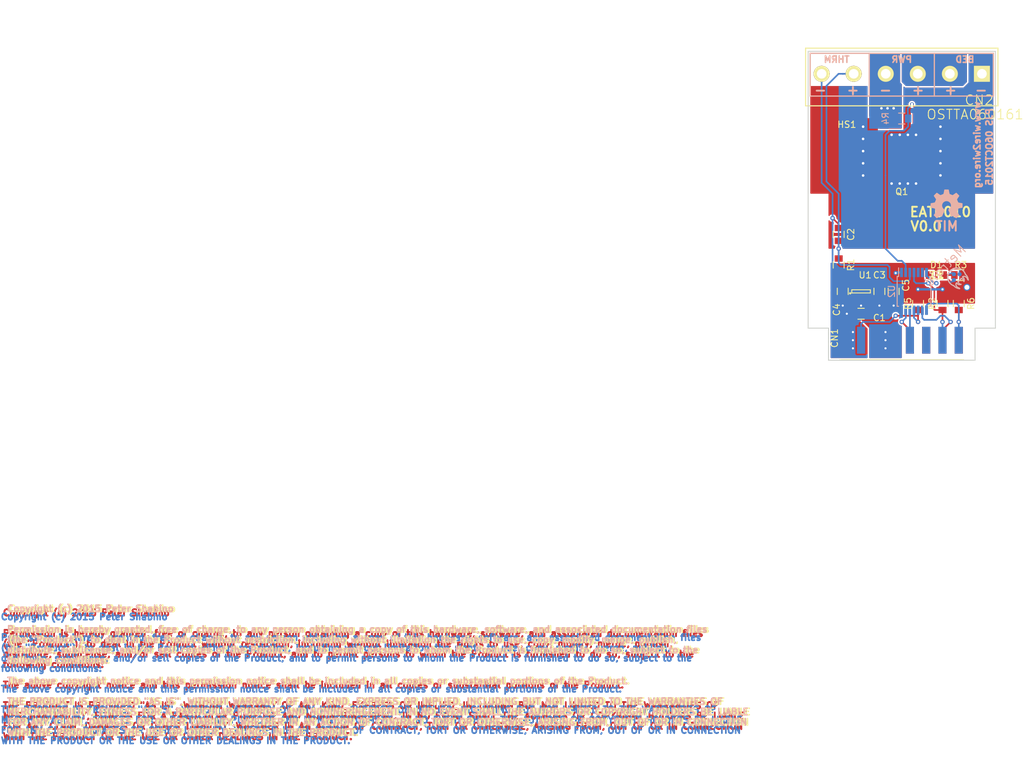
<source format=kicad_pcb>
(kicad_pcb (version 4) (host pcbnew "(2015-03-06 BZR 5484)-product")

  (general
    (links 47)
    (no_connects 0)
    (area 139.651099 78.786099 174.26764 135.403001)
    (thickness 1.6)
    (drawings 39)
    (tracks 205)
    (zones 0)
    (modules 20)
    (nets 24)
  )

  (page A4)
  (layers
    (0 F.Cu signal)
    (31 B.Cu signal)
    (32 B.Adhes user hide)
    (33 F.Adhes user hide)
    (34 B.Paste user hide)
    (35 F.Paste user hide)
    (36 B.SilkS user)
    (37 F.SilkS user)
    (38 B.Mask user)
    (39 F.Mask user)
    (40 Dwgs.User user)
    (41 Cmts.User user)
    (42 Eco1.User user)
    (43 Eco2.User user)
    (44 Edge.Cuts user)
    (45 Margin user)
    (46 B.CrtYd user hide)
    (47 F.CrtYd user)
    (48 B.Fab user hide)
    (49 F.Fab user)
  )

  (setup
    (last_trace_width 0.25)
    (user_trace_width 0.1778)
    (user_trace_width 0.254)
    (user_trace_width 0.3048)
    (user_trace_width 0.381)
    (user_trace_width 0.508)
    (user_trace_width 0.635)
    (user_trace_width 0.762)
    (user_trace_width 1.016)
    (user_trace_width 1.27)
    (user_trace_width 1.905)
    (user_trace_width 2.54)
    (trace_clearance 0.2)
    (zone_clearance 0.254)
    (zone_45_only no)
    (trace_min 0.1524)
    (segment_width 0.2)
    (edge_width 0.15)
    (via_size 0.6)
    (via_drill 0.4)
    (via_min_size 0.3302)
    (via_min_drill 0.3302)
    (user_via 0.6858 0.3302)
    (user_via 0.8636 0.508)
    (user_via 1.1176 0.762)
    (user_via 1.3716 1.016)
    (uvia_size 0.5842)
    (uvia_drill 0.3302)
    (uvias_allowed no)
    (uvia_min_size 0.508)
    (uvia_min_drill 0.127)
    (pcb_text_width 0.3)
    (pcb_text_size 1.5 1.5)
    (mod_edge_width 0.15)
    (mod_text_size 1.5 1.5)
    (mod_text_width 0.15)
    (pad_size 1.4 1.4)
    (pad_drill 0.6)
    (pad_to_mask_clearance 0.2)
    (aux_axis_origin 140.335 135.255)
    (visible_elements 7FFEFF7F)
    (pcbplotparams
      (layerselection 0x010f0_80000001)
      (usegerberextensions false)
      (excludeedgelayer true)
      (linewidth 0.100000)
      (plotframeref false)
      (viasonmask true)
      (mode 1)
      (useauxorigin false)
      (hpglpennumber 1)
      (hpglpenspeed 20)
      (hpglpendiameter 15)
      (hpglpenoverlay 2)
      (psnegative false)
      (psa4output false)
      (plotreference true)
      (plotvalue false)
      (plotinvisibletext false)
      (padsonsilk false)
      (subtractmaskfromsilk true)
      (outputformat 1)
      (mirror false)
      (drillshape 0)
      (scaleselection 1)
      (outputdirectory D:/cam_offload_cache/kicad/projects/FPD_bed_EAT0010/gerber/))
  )

  (net 0 "")
  (net 1 +12V)
  (net 2 GND)
  (net 3 Therm)
  (net 4 "Net-(C3-Pad1)")
  (net 5 +5V)
  (net 6 A0)
  (net 7 SDA)
  (net 8 SCL)
  (net 9 DIR)
  (net 10 STEP)
  (net 11 AIN)
  (net 12 DOUT)
  (net 13 ENABLE#)
  (net 14 A1)
  (net 15 "Net-(CN2-Pad2)")
  (net 16 Fet_gate)
  (net 17 Pwr_gnd)
  (net 18 Bed_gnd)
  (net 19 "Net-(U2-Pad5)")
  (net 20 "Net-(U2-Pad6)")
  (net 21 LED)
  (net 22 "Net-(D1-Pad1)")
  (net 23 "Net-(U2-Pad10)")

  (net_class Default "This is the default net class."
    (clearance 0.2)
    (trace_width 0.25)
    (via_dia 0.6)
    (via_drill 0.4)
    (uvia_dia 0.5842)
    (uvia_drill 0.3302)
    (add_net +12V)
    (add_net +5V)
    (add_net A0)
    (add_net A1)
    (add_net AIN)
    (add_net Bed_gnd)
    (add_net DIR)
    (add_net DOUT)
    (add_net ENABLE#)
    (add_net Fet_gate)
    (add_net GND)
    (add_net LED)
    (add_net "Net-(C3-Pad1)")
    (add_net "Net-(CN2-Pad2)")
    (add_net "Net-(D1-Pad1)")
    (add_net "Net-(U2-Pad10)")
    (add_net "Net-(U2-Pad5)")
    (add_net "Net-(U2-Pad6)")
    (add_net Pwr_gnd)
    (add_net SCL)
    (add_net SDA)
    (add_net STEP)
    (add_net Therm)
  )

  (module On_shore:OSTTA060161 (layer F.Cu) (tedit 56147129) (tstamp 56146A65)
    (at 154.94 90.505 180)
    (tags terminal)
    (path /55BC22BA)
    (fp_text reference CN2 (at -12.065 -4.11 180) (layer F.SilkS)
      (effects (font (size 1.5 1.5) (thickness 0.15)))
    )
    (fp_text value OSTTA060161 (at -11.43 -6.35 180) (layer F.SilkS)
      (effects (font (size 1.5 1.5) (thickness 0.15)))
    )
    (fp_line (start 0 5.08) (end -2.54 7.62) (layer Cmts.User) (width 0.1778))
    (fp_line (start -2.54 7.62) (end -1.27 7.62) (layer Cmts.User) (width 0.1778))
    (fp_line (start -1.27 7.62) (end -1.27 11.43) (layer Cmts.User) (width 0.1778))
    (fp_line (start -1.27 11.43) (end 1.27 11.43) (layer Cmts.User) (width 0.1778))
    (fp_line (start 1.27 11.43) (end 1.27 7.62) (layer Cmts.User) (width 0.1778))
    (fp_line (start 1.27 7.62) (end 2.54 7.62) (layer Cmts.User) (width 0.1778))
    (fp_line (start 2.54 7.62) (end 0 5.08) (layer Cmts.User) (width 0.1778))
    (fp_line (start -15 -5) (end 15 -5) (layer F.SilkS) (width 0.1778))
    (fp_line (start 15 -5) (end 15 4) (layer F.SilkS) (width 0.1778))
    (fp_line (start 15 4) (end -15 4) (layer F.SilkS) (width 0.1778))
    (fp_line (start -15 4) (end -15 -5) (layer F.SilkS) (width 0.1778))
    (pad 6 thru_hole circle (at 12.5 0 180) (size 2.5 2.5) (drill 1.5) (layers *.Cu *.Mask F.SilkS)
      (net 2 GND))
    (pad 5 thru_hole circle (at 7.5 0 180) (size 2.5 2.5) (drill 1.5) (layers *.Cu *.Mask F.SilkS)
      (net 3 Therm))
    (pad 4 thru_hole circle (at 2.5 0 180) (size 2.5 2.5) (drill 1.5) (layers *.Cu *.Mask F.SilkS)
      (net 17 Pwr_gnd))
    (pad 1 thru_hole rect (at -12.5 0 180) (size 2.5 2.5) (drill 1.5) (layers *.Cu *.Mask F.SilkS)
      (net 18 Bed_gnd))
    (pad 2 thru_hole circle (at -7.5 0 180) (size 2.5 2.5) (drill 1.5) (layers *.Cu *.Mask F.SilkS)
      (net 15 "Net-(CN2-Pad2)"))
    (pad 3 thru_hole circle (at -2.5 0 180) (size 2.5 2.5) (drill 1.5) (layers *.Cu *.Mask F.SilkS)
      (net 15 "Net-(CN2-Pad2)"))
  )

  (module Capacitors_SMD:C_0805 (layer F.Cu) (tedit 561470A0) (tstamp 55BC462E)
    (at 148.59 127.9525 180)
    (descr "Capacitor SMD 0805, reflow soldering, AVX (see smccp.pdf)")
    (tags "capacitor 0805")
    (path /55BC3904)
    (attr smd)
    (fp_text reference C1 (at -2.8575 -0.635 180) (layer F.SilkS)
      (effects (font (size 1 1) (thickness 0.15)))
    )
    (fp_text value 10uF (at 0 2.1 180) (layer F.Fab)
      (effects (font (size 1 1) (thickness 0.15)))
    )
    (fp_line (start -1.8 -1) (end 1.8 -1) (layer F.CrtYd) (width 0.05))
    (fp_line (start -1.8 1) (end 1.8 1) (layer F.CrtYd) (width 0.05))
    (fp_line (start -1.8 -1) (end -1.8 1) (layer F.CrtYd) (width 0.05))
    (fp_line (start 1.8 -1) (end 1.8 1) (layer F.CrtYd) (width 0.05))
    (fp_line (start 0.5 -0.85) (end -0.5 -0.85) (layer F.SilkS) (width 0.15))
    (fp_line (start -0.5 0.85) (end 0.5 0.85) (layer F.SilkS) (width 0.15))
    (pad 1 smd rect (at -1 0 180) (size 1 1.25) (layers F.Cu F.Paste F.Mask)
      (net 1 +12V))
    (pad 2 smd rect (at 1 0 180) (size 1 1.25) (layers F.Cu F.Paste F.Mask)
      (net 2 GND))
    (model Capacitors_SMD.3dshapes/C_0805.wrl
      (at (xyz 0 0 0))
      (scale (xyz 1 1 1))
      (rotate (xyz 0 0 0))
    )
  )

  (module Capacitors_SMD:C_0805 (layer F.Cu) (tedit 56147082) (tstamp 56146B96)
    (at 145.0975 115.57 90)
    (descr "Capacitor SMD 0805, reflow soldering, AVX (see smccp.pdf)")
    (tags "capacitor 0805")
    (path /55B59A08)
    (attr smd)
    (fp_text reference C2 (at 0 1.905 90) (layer F.SilkS)
      (effects (font (size 1 1) (thickness 0.15)))
    )
    (fp_text value 10uF (at 0 2.1 90) (layer F.Fab)
      (effects (font (size 1 1) (thickness 0.15)))
    )
    (fp_line (start -1.8 -1) (end 1.8 -1) (layer F.CrtYd) (width 0.05))
    (fp_line (start -1.8 1) (end 1.8 1) (layer F.CrtYd) (width 0.05))
    (fp_line (start -1.8 -1) (end -1.8 1) (layer F.CrtYd) (width 0.05))
    (fp_line (start 1.8 -1) (end 1.8 1) (layer F.CrtYd) (width 0.05))
    (fp_line (start 0.5 -0.85) (end -0.5 -0.85) (layer F.SilkS) (width 0.15))
    (fp_line (start -0.5 0.85) (end 0.5 0.85) (layer F.SilkS) (width 0.15))
    (pad 1 smd rect (at -1 0 90) (size 1 1.25) (layers F.Cu F.Paste F.Mask)
      (net 3 Therm))
    (pad 2 smd rect (at 1 0 90) (size 1 1.25) (layers F.Cu F.Paste F.Mask)
      (net 2 GND))
    (model Capacitors_SMD.3dshapes/C_0805.wrl
      (at (xyz 0 0 0))
      (scale (xyz 1 1 1))
      (rotate (xyz 0 0 0))
    )
  )

  (module Capacitors_SMD:C_0805 (layer F.Cu) (tedit 561470AA) (tstamp 55BC463A)
    (at 151.4475 124.46 270)
    (descr "Capacitor SMD 0805, reflow soldering, AVX (see smccp.pdf)")
    (tags "capacitor 0805")
    (path /55B5703E)
    (attr smd)
    (fp_text reference C3 (at -2.54 0 360) (layer F.SilkS)
      (effects (font (size 1 1) (thickness 0.15)))
    )
    (fp_text value no_pop (at 0 2.1 270) (layer F.Fab)
      (effects (font (size 1 1) (thickness 0.15)))
    )
    (fp_line (start -1.8 -1) (end 1.8 -1) (layer F.CrtYd) (width 0.05))
    (fp_line (start -1.8 1) (end 1.8 1) (layer F.CrtYd) (width 0.05))
    (fp_line (start -1.8 -1) (end -1.8 1) (layer F.CrtYd) (width 0.05))
    (fp_line (start 1.8 -1) (end 1.8 1) (layer F.CrtYd) (width 0.05))
    (fp_line (start 0.5 -0.85) (end -0.5 -0.85) (layer F.SilkS) (width 0.15))
    (fp_line (start -0.5 0.85) (end 0.5 0.85) (layer F.SilkS) (width 0.15))
    (pad 1 smd rect (at -1 0 270) (size 1 1.25) (layers F.Cu F.Paste F.Mask)
      (net 4 "Net-(C3-Pad1)"))
    (pad 2 smd rect (at 1 0 270) (size 1 1.25) (layers F.Cu F.Paste F.Mask)
      (net 2 GND))
    (model Capacitors_SMD.3dshapes/C_0805.wrl
      (at (xyz 0 0 0))
      (scale (xyz 1 1 1))
      (rotate (xyz 0 0 0))
    )
  )

  (module Capacitors_SMD:C_0805 (layer F.Cu) (tedit 56147094) (tstamp 55BC4640)
    (at 145.7325 124.46 270)
    (descr "Capacitor SMD 0805, reflow soldering, AVX (see smccp.pdf)")
    (tags "capacitor 0805")
    (path /55B57221)
    (attr smd)
    (fp_text reference C4 (at 2.8575 0.9525 270) (layer F.SilkS)
      (effects (font (size 1 1) (thickness 0.15)))
    )
    (fp_text value "1uF 10V" (at 0 2.1 270) (layer F.Fab)
      (effects (font (size 1 1) (thickness 0.15)))
    )
    (fp_line (start -1.8 -1) (end 1.8 -1) (layer F.CrtYd) (width 0.05))
    (fp_line (start -1.8 1) (end 1.8 1) (layer F.CrtYd) (width 0.05))
    (fp_line (start -1.8 -1) (end -1.8 1) (layer F.CrtYd) (width 0.05))
    (fp_line (start 1.8 -1) (end 1.8 1) (layer F.CrtYd) (width 0.05))
    (fp_line (start 0.5 -0.85) (end -0.5 -0.85) (layer F.SilkS) (width 0.15))
    (fp_line (start -0.5 0.85) (end 0.5 0.85) (layer F.SilkS) (width 0.15))
    (pad 1 smd rect (at -1 0 270) (size 1 1.25) (layers F.Cu F.Paste F.Mask)
      (net 5 +5V))
    (pad 2 smd rect (at 1 0 270) (size 1 1.25) (layers F.Cu F.Paste F.Mask)
      (net 2 GND))
    (model Capacitors_SMD.3dshapes/C_0805.wrl
      (at (xyz 0 0 0))
      (scale (xyz 1 1 1))
      (rotate (xyz 0 0 0))
    )
  )

  (module Capacitors_SMD:C_0805 (layer F.Cu) (tedit 561470CC) (tstamp 55BC4646)
    (at 153.67 124.46 270)
    (descr "Capacitor SMD 0805, reflow soldering, AVX (see smccp.pdf)")
    (tags "capacitor 0805")
    (path /55B58585)
    (attr smd)
    (fp_text reference C5 (at -0.9525 -1.905 450) (layer F.SilkS)
      (effects (font (size 1 1) (thickness 0.15)))
    )
    (fp_text value 0.1uF (at 0 2.1 270) (layer F.Fab)
      (effects (font (size 1 1) (thickness 0.15)))
    )
    (fp_line (start -1.8 -1) (end 1.8 -1) (layer F.CrtYd) (width 0.05))
    (fp_line (start -1.8 1) (end 1.8 1) (layer F.CrtYd) (width 0.05))
    (fp_line (start -1.8 -1) (end -1.8 1) (layer F.CrtYd) (width 0.05))
    (fp_line (start 1.8 -1) (end 1.8 1) (layer F.CrtYd) (width 0.05))
    (fp_line (start 0.5 -0.85) (end -0.5 -0.85) (layer F.SilkS) (width 0.15))
    (fp_line (start -0.5 0.85) (end 0.5 0.85) (layer F.SilkS) (width 0.15))
    (pad 1 smd rect (at -1 0 270) (size 1 1.25) (layers F.Cu F.Paste F.Mask)
      (net 5 +5V))
    (pad 2 smd rect (at 1 0 270) (size 1 1.25) (layers F.Cu F.Paste F.Mask)
      (net 2 GND))
    (model Capacitors_SMD.3dshapes/C_0805.wrl
      (at (xyz 0 0 0))
      (scale (xyz 1 1 1))
      (rotate (xyz 0 0 0))
    )
  )

  (module PJS_smt_std:16pin_straddle_mount_100mil (layer F.Cu) (tedit 5614709B) (tstamp 55BC465A)
    (at 154.94 132.08)
    (tags "connector pin header straddle mount")
    (path /55B56078)
    (fp_text reference CN1 (at -10.4775 -0.3175 90) (layer F.SilkS)
      (effects (font (size 1 1) (thickness 0.15)))
    )
    (fp_text value CONN_02X08 (at 0 -4.572) (layer F.Fab)
      (effects (font (size 1 1) (thickness 0.15)))
    )
    (fp_line (start -9.652 3.048) (end 9.652 3.048) (layer F.SilkS) (width 0.15))
    (pad 1 smd rect (at -8.89 0) (size 1.27 4.191) (layers F.Cu F.Paste F.Mask)
      (net 2 GND))
    (pad 2 smd rect (at -8.89 0) (size 1.27 4.191) (layers B.Cu F.Paste F.Mask)
      (net 2 GND))
    (pad 3 smd rect (at -6.35 0) (size 1.27 4.191) (layers F.Cu F.Paste F.Mask)
      (net 2 GND))
    (pad 4 smd rect (at -6.35 0) (size 1.27 4.191) (layers B.Cu F.Paste F.Mask)
      (net 6 A0))
    (pad 5 smd rect (at -3.81 0) (size 1.27 4.191) (layers F.Cu F.Paste F.Mask)
      (net 1 +12V))
    (pad 6 smd rect (at -3.81 0) (size 1.27 4.191) (layers B.Cu F.Paste F.Mask)
      (net 1 +12V))
    (pad 7 smd rect (at -1.27 0) (size 1.27 4.191) (layers F.Cu F.Paste F.Mask)
      (net 1 +12V))
    (pad 8 smd rect (at -1.27 0) (size 1.27 4.191) (layers B.Cu F.Paste F.Mask)
      (net 1 +12V))
    (pad 9 smd rect (at 1.27 0) (size 1.27 4.191) (layers F.Cu F.Paste F.Mask)
      (net 7 SDA))
    (pad 10 smd rect (at 1.27 0) (size 1.27 4.191) (layers B.Cu F.Paste F.Mask)
      (net 8 SCL))
    (pad 11 smd rect (at 3.81 0) (size 1.27 4.191) (layers F.Cu F.Paste F.Mask)
      (net 9 DIR))
    (pad 12 smd rect (at 3.81 0) (size 1.27 4.191) (layers B.Cu F.Paste F.Mask)
      (net 10 STEP))
    (pad 13 smd rect (at 6.35 0) (size 1.27 4.191) (layers F.Cu F.Paste F.Mask)
      (net 11 AIN))
    (pad 14 smd rect (at 6.35 0) (size 1.27 4.191) (layers B.Cu F.Paste F.Mask)
      (net 12 DOUT))
    (pad 15 smd rect (at 8.89 0) (size 1.27 4.191) (layers F.Cu F.Paste F.Mask)
      (net 13 ENABLE#))
    (pad 16 smd rect (at 8.89 0) (size 1.27 4.191) (layers B.Cu F.Paste F.Mask)
      (net 14 A1))
  )

  (module LEDs:LED-0805 (layer F.Cu) (tedit 561470D8) (tstamp 55BC4673)
    (at 160.3375 121.92 180)
    (descr "LED 0805 smd package")
    (tags "LED 0805 SMD")
    (path /55BC27A4)
    (attr smd)
    (fp_text reference D1 (at 0 1.5875 180) (layer F.SilkS)
      (effects (font (size 1 1) (thickness 0.15)))
    )
    (fp_text value Red (at 0 1.27 180) (layer F.Fab)
      (effects (font (size 1 1) (thickness 0.15)))
    )
    (fp_line (start -0.49784 0.29972) (end -0.49784 0.62484) (layer F.SilkS) (width 0.15))
    (fp_line (start -0.49784 0.62484) (end -0.99822 0.62484) (layer F.SilkS) (width 0.15))
    (fp_line (start -0.99822 0.29972) (end -0.99822 0.62484) (layer F.SilkS) (width 0.15))
    (fp_line (start -0.49784 0.29972) (end -0.99822 0.29972) (layer F.SilkS) (width 0.15))
    (fp_line (start -0.49784 -0.32258) (end -0.49784 -0.17272) (layer F.SilkS) (width 0.15))
    (fp_line (start -0.49784 -0.17272) (end -0.7493 -0.17272) (layer F.SilkS) (width 0.15))
    (fp_line (start -0.7493 -0.32258) (end -0.7493 -0.17272) (layer F.SilkS) (width 0.15))
    (fp_line (start -0.49784 -0.32258) (end -0.7493 -0.32258) (layer F.SilkS) (width 0.15))
    (fp_line (start -0.49784 0.17272) (end -0.49784 0.32258) (layer F.SilkS) (width 0.15))
    (fp_line (start -0.49784 0.32258) (end -0.7493 0.32258) (layer F.SilkS) (width 0.15))
    (fp_line (start -0.7493 0.17272) (end -0.7493 0.32258) (layer F.SilkS) (width 0.15))
    (fp_line (start -0.49784 0.17272) (end -0.7493 0.17272) (layer F.SilkS) (width 0.15))
    (fp_line (start -0.49784 -0.19812) (end -0.49784 0.19812) (layer F.SilkS) (width 0.15))
    (fp_line (start -0.49784 0.19812) (end -0.6731 0.19812) (layer F.SilkS) (width 0.15))
    (fp_line (start -0.6731 -0.19812) (end -0.6731 0.19812) (layer F.SilkS) (width 0.15))
    (fp_line (start -0.49784 -0.19812) (end -0.6731 -0.19812) (layer F.SilkS) (width 0.15))
    (fp_line (start 0.99822 0.29972) (end 0.99822 0.62484) (layer F.SilkS) (width 0.15))
    (fp_line (start 0.99822 0.62484) (end 0.49784 0.62484) (layer F.SilkS) (width 0.15))
    (fp_line (start 0.49784 0.29972) (end 0.49784 0.62484) (layer F.SilkS) (width 0.15))
    (fp_line (start 0.99822 0.29972) (end 0.49784 0.29972) (layer F.SilkS) (width 0.15))
    (fp_line (start 0.99822 -0.62484) (end 0.99822 -0.29972) (layer F.SilkS) (width 0.15))
    (fp_line (start 0.99822 -0.29972) (end 0.49784 -0.29972) (layer F.SilkS) (width 0.15))
    (fp_line (start 0.49784 -0.62484) (end 0.49784 -0.29972) (layer F.SilkS) (width 0.15))
    (fp_line (start 0.99822 -0.62484) (end 0.49784 -0.62484) (layer F.SilkS) (width 0.15))
    (fp_line (start 0.7493 0.17272) (end 0.7493 0.32258) (layer F.SilkS) (width 0.15))
    (fp_line (start 0.7493 0.32258) (end 0.49784 0.32258) (layer F.SilkS) (width 0.15))
    (fp_line (start 0.49784 0.17272) (end 0.49784 0.32258) (layer F.SilkS) (width 0.15))
    (fp_line (start 0.7493 0.17272) (end 0.49784 0.17272) (layer F.SilkS) (width 0.15))
    (fp_line (start 0.7493 -0.32258) (end 0.7493 -0.17272) (layer F.SilkS) (width 0.15))
    (fp_line (start 0.7493 -0.17272) (end 0.49784 -0.17272) (layer F.SilkS) (width 0.15))
    (fp_line (start 0.49784 -0.32258) (end 0.49784 -0.17272) (layer F.SilkS) (width 0.15))
    (fp_line (start 0.7493 -0.32258) (end 0.49784 -0.32258) (layer F.SilkS) (width 0.15))
    (fp_line (start 0.6731 -0.19812) (end 0.6731 0.19812) (layer F.SilkS) (width 0.15))
    (fp_line (start 0.6731 0.19812) (end 0.49784 0.19812) (layer F.SilkS) (width 0.15))
    (fp_line (start 0.49784 -0.19812) (end 0.49784 0.19812) (layer F.SilkS) (width 0.15))
    (fp_line (start 0.6731 -0.19812) (end 0.49784 -0.19812) (layer F.SilkS) (width 0.15))
    (fp_line (start 0 -0.09906) (end 0 0.09906) (layer F.SilkS) (width 0.15))
    (fp_line (start 0 0.09906) (end -0.19812 0.09906) (layer F.SilkS) (width 0.15))
    (fp_line (start -0.19812 -0.09906) (end -0.19812 0.09906) (layer F.SilkS) (width 0.15))
    (fp_line (start 0 -0.09906) (end -0.19812 -0.09906) (layer F.SilkS) (width 0.15))
    (fp_line (start -0.49784 -0.59944) (end -0.49784 -0.29972) (layer F.SilkS) (width 0.15))
    (fp_line (start -0.49784 -0.29972) (end -0.79756 -0.29972) (layer F.SilkS) (width 0.15))
    (fp_line (start -0.79756 -0.59944) (end -0.79756 -0.29972) (layer F.SilkS) (width 0.15))
    (fp_line (start -0.49784 -0.59944) (end -0.79756 -0.59944) (layer F.SilkS) (width 0.15))
    (fp_line (start -0.92456 -0.62484) (end -0.92456 -0.39878) (layer F.SilkS) (width 0.15))
    (fp_line (start -0.92456 -0.39878) (end -0.99822 -0.39878) (layer F.SilkS) (width 0.15))
    (fp_line (start -0.99822 -0.62484) (end -0.99822 -0.39878) (layer F.SilkS) (width 0.15))
    (fp_line (start -0.92456 -0.62484) (end -0.99822 -0.62484) (layer F.SilkS) (width 0.15))
    (fp_line (start -0.52324 0.57404) (end 0.52324 0.57404) (layer F.SilkS) (width 0.15))
    (fp_line (start 0.49784 -0.57404) (end -0.92456 -0.57404) (layer F.SilkS) (width 0.15))
    (fp_circle (center -0.84836 -0.44958) (end -0.89916 -0.50038) (layer F.SilkS) (width 0.15))
    (fp_arc (start -0.99822 0) (end -0.99822 0.34798) (angle -180) (layer F.SilkS) (width 0.15))
    (fp_arc (start 0.99822 0) (end 0.99822 -0.34798) (angle -180) (layer F.SilkS) (width 0.15))
    (pad 2 smd rect (at 1.04902 0) (size 1.19888 1.19888) (layers F.Cu F.Paste F.Mask)
      (net 21 LED))
    (pad 1 smd rect (at -1.04902 0) (size 1.19888 1.19888) (layers F.Cu F.Paste F.Mask)
      (net 22 "Net-(D1-Pad1)"))
  )

  (module PJS-icons:metroid (layer B.Cu) (tedit 56147286) (tstamp 561472EE)
    (at 163.5125 122.2375 225)
    (path /55BC211C)
    (fp_text reference icon1 (at -9.2075 -1.27 225) (layer B.SilkS) hide
      (effects (font (size 1.5 1.5) (thickness 0.15)) (justify mirror))
    )
    (fp_text value Metroid (at 0 2.54 225) (layer B.SilkS)
      (effects (font (size 1.5 1.5) (thickness 0.15)) (justify mirror))
    )
    (fp_arc (start 1.260669 -0.027866) (end 1.1176 0.0762) (angle -82.9) (layer B.Cu) (width 0.1778))
    (fp_arc (start 0.839684 0.269991) (end 1.1176 0.0762) (angle -92.3) (layer B.Cu) (width 0.1778))
    (fp_arc (start 0 0) (end -1.27 -0.635) (angle -233.1) (layer B.Cu) (width 0.1778))
    (fp_arc (start 0.038519 -0.727991) (end -1.27 -0.635) (angle 45) (layer B.Cu) (width 0.1778))
    (fp_arc (start -0.47625 -1.11125) (end -0.79375 -0.635) (angle 90) (layer B.Cu) (width 0.1778))
    (fp_line (start -0.9525 -1.5875) (end -0.9525 -1.42875) (layer B.Cu) (width 0.1778))
    (fp_line (start -0.79375 -0.635) (end -0.635 -0.635) (layer B.Cu) (width 0.1778))
    (fp_arc (start -0.15748 -0.79375) (end -0.635 -0.635) (angle 90) (layer B.Cu) (width 0.1778))
    (fp_arc (start 0 -0.9525) (end -0.3175 -0.635) (angle 90) (layer B.Cu) (width 0.1778))
    (fp_arc (start 0 0.317497) (end 0.3175 -0.635) (angle -36.9) (layer B.Cu) (width 0.1778))
    (fp_arc (start 0 -0.9525) (end 0.3175 -0.635) (angle -90) (layer B.Cu) (width 0.1778))
    (fp_arc (start 0.15748 -0.79375) (end 0.635 -0.635) (angle -90) (layer B.Cu) (width 0.1778))
    (fp_line (start 0.79375 -0.635) (end 0.635 -0.635) (layer B.Cu) (width 0.1778))
    (fp_line (start 0.9525 -1.5875) (end 0.9525 -1.42875) (layer B.Cu) (width 0.1778))
    (fp_arc (start 0.47625 -1.11125) (end 0.79375 -0.635) (angle -90) (layer B.Cu) (width 0.1778))
    (fp_arc (start -0.038519 -0.727991) (end 1.27 -0.635) (angle -45) (layer B.Cu) (width 0.1778))
    (fp_arc (start -0.038519 -0.727991) (end 1.27 -0.635) (angle -45) (layer B.SilkS) (width 0.1778))
    (fp_arc (start 0.47625 -1.11125) (end 0.79375 -0.635) (angle -90) (layer B.SilkS) (width 0.1778))
    (fp_line (start 0.9525 -1.5875) (end 0.9525 -1.42875) (layer B.SilkS) (width 0.1778))
    (fp_line (start 0.79375 -0.635) (end 0.635 -0.635) (layer B.SilkS) (width 0.1778))
    (fp_arc (start 0.15748 -0.79375) (end 0.635 -0.635) (angle -90) (layer B.SilkS) (width 0.1778))
    (fp_arc (start 0 -0.9525) (end 0.3175 -0.635) (angle -90) (layer B.SilkS) (width 0.1778))
    (fp_arc (start 0 0.317497) (end 0.3175 -0.635) (angle -36.9) (layer B.SilkS) (width 0.1778))
    (fp_arc (start 0 -0.9525) (end -0.3175 -0.635) (angle 90) (layer B.SilkS) (width 0.1778))
    (fp_arc (start -0.15748 -0.79375) (end -0.635 -0.635) (angle 90) (layer B.SilkS) (width 0.1778))
    (fp_line (start -0.79375 -0.635) (end -0.635 -0.635) (layer B.SilkS) (width 0.1778))
    (fp_line (start -0.9525 -1.5875) (end -0.9525 -1.42875) (layer B.SilkS) (width 0.1778))
    (fp_arc (start -0.47625 -1.11125) (end -0.79375 -0.635) (angle 90) (layer B.SilkS) (width 0.1778))
    (fp_arc (start 0.038519 -0.727991) (end -1.27 -0.635) (angle 45) (layer B.SilkS) (width 0.1778))
    (fp_arc (start 0.254 1.3208) (end 0.508 1.3208) (angle -90) (layer B.Cu) (width 0.1778))
    (fp_arc (start 0.2286 0.8382) (end 0 0.8636) (angle -90) (layer B.Cu) (width 0.1778))
    (fp_arc (start -1.1684 -0.0254) (end -1.27 0.4064) (angle -90) (layer B.Cu) (width 0.1778))
    (fp_arc (start 0 0) (end -1.27 -0.635) (angle -233.1) (layer B.SilkS) (width 0.1778))
    (pad "" smd circle (at -0.635 0 225) (size 0.635 0.635) (layers B.Cu B.Paste B.Mask))
    (pad "" smd circle (at 0.635 0 225) (size 0.635 0.635) (layers B.Cu B.Paste B.Mask))
    (pad "" smd circle (at 0 0.635 225) (size 0.635 0.635) (layers B.Cu B.Paste B.Mask))
  )

  (module Capacitors_SMD:C_0805 (layer F.Cu) (tedit 56147086) (tstamp 56146B89)
    (at 145.0975 120.3325 90)
    (descr "Capacitor SMD 0805, reflow soldering, AVX (see smccp.pdf)")
    (tags "capacitor 0805")
    (path /55B5995C)
    (attr smd)
    (fp_text reference R1 (at 0 1.905 90) (layer F.SilkS)
      (effects (font (size 1 1) (thickness 0.15)))
    )
    (fp_text value "4.7k 1%" (at 0 2.1 90) (layer F.Fab)
      (effects (font (size 1 1) (thickness 0.15)))
    )
    (fp_line (start -1.8 -1) (end 1.8 -1) (layer F.CrtYd) (width 0.05))
    (fp_line (start -1.8 1) (end 1.8 1) (layer F.CrtYd) (width 0.05))
    (fp_line (start -1.8 -1) (end -1.8 1) (layer F.CrtYd) (width 0.05))
    (fp_line (start 1.8 -1) (end 1.8 1) (layer F.CrtYd) (width 0.05))
    (fp_line (start 0.5 -0.85) (end -0.5 -0.85) (layer F.SilkS) (width 0.15))
    (fp_line (start -0.5 0.85) (end 0.5 0.85) (layer F.SilkS) (width 0.15))
    (pad 1 smd rect (at -1 0 90) (size 1 1.25) (layers F.Cu F.Paste F.Mask)
      (net 5 +5V))
    (pad 2 smd rect (at 1 0 90) (size 1 1.25) (layers F.Cu F.Paste F.Mask)
      (net 3 Therm))
    (model Capacitors_SMD.3dshapes/C_0805.wrl
      (at (xyz 0 0 0))
      (scale (xyz 1 1 1))
      (rotate (xyz 0 0 0))
    )
  )

  (module Capacitors_SMD:C_0805 (layer F.Cu) (tedit 561470DC) (tstamp 55BD9074)
    (at 164.1475 121.92 180)
    (descr "Capacitor SMD 0805, reflow soldering, AVX (see smccp.pdf)")
    (tags "capacitor 0805")
    (path /55BC2814)
    (attr smd)
    (fp_text reference R3 (at 0 1.5875 180) (layer F.SilkS)
      (effects (font (size 1 1) (thickness 0.15)))
    )
    (fp_text value 1k (at 0 2.1 180) (layer F.Fab)
      (effects (font (size 1 1) (thickness 0.15)))
    )
    (fp_line (start -1.8 -1) (end 1.8 -1) (layer F.CrtYd) (width 0.05))
    (fp_line (start -1.8 1) (end 1.8 1) (layer F.CrtYd) (width 0.05))
    (fp_line (start -1.8 -1) (end -1.8 1) (layer F.CrtYd) (width 0.05))
    (fp_line (start 1.8 -1) (end 1.8 1) (layer F.CrtYd) (width 0.05))
    (fp_line (start 0.5 -0.85) (end -0.5 -0.85) (layer F.SilkS) (width 0.15))
    (fp_line (start -0.5 0.85) (end 0.5 0.85) (layer F.SilkS) (width 0.15))
    (pad 1 smd rect (at -1 0 180) (size 1 1.25) (layers F.Cu F.Paste F.Mask)
      (net 5 +5V))
    (pad 2 smd rect (at 1 0 180) (size 1 1.25) (layers F.Cu F.Paste F.Mask)
      (net 22 "Net-(D1-Pad1)"))
    (model Capacitors_SMD.3dshapes/C_0805.wrl
      (at (xyz 0 0 0))
      (scale (xyz 1 1 1))
      (rotate (xyz 0 0 0))
    )
  )

  (module Capacitors_SMD:C_0805 (layer B.Cu) (tedit 5614755A) (tstamp 55BC469F)
    (at 154.94 97.49 180)
    (descr "Capacitor SMD 0805, reflow soldering, AVX (see smccp.pdf)")
    (tags "capacitor 0805")
    (path /55BC2447)
    (attr smd)
    (fp_text reference R4 (at 2.54 0.0175 270) (layer B.SilkS)
      (effects (font (size 1 1) (thickness 0.15)) (justify mirror))
    )
    (fp_text value 10k (at 0 -2.1 180) (layer B.Fab)
      (effects (font (size 1 1) (thickness 0.15)) (justify mirror))
    )
    (fp_line (start -1.8 1) (end 1.8 1) (layer B.CrtYd) (width 0.05))
    (fp_line (start -1.8 -1) (end 1.8 -1) (layer B.CrtYd) (width 0.05))
    (fp_line (start -1.8 1) (end -1.8 -1) (layer B.CrtYd) (width 0.05))
    (fp_line (start 1.8 1) (end 1.8 -1) (layer B.CrtYd) (width 0.05))
    (fp_line (start 0.5 0.85) (end -0.5 0.85) (layer B.SilkS) (width 0.15))
    (fp_line (start -0.5 -0.85) (end 0.5 -0.85) (layer B.SilkS) (width 0.15))
    (pad 1 smd rect (at -1 0 180) (size 1 1.25) (layers B.Cu B.Paste B.Mask)
      (net 16 Fet_gate))
    (pad 2 smd rect (at 1 0 180) (size 1 1.25) (layers B.Cu B.Paste B.Mask)
      (net 17 Pwr_gnd))
    (model Capacitors_SMD.3dshapes/C_0805.wrl
      (at (xyz 0 0 0))
      (scale (xyz 1 1 1))
      (rotate (xyz 0 0 0))
    )
  )

  (module Housings_SOT-23_SOT-143_TSOT-6:SOT-23-5 (layer F.Cu) (tedit 5614708F) (tstamp 55BC46B4)
    (at 148.59 124.46 90)
    (descr "5-pin SOT23 package")
    (tags SOT-23-5)
    (path /55B56ECB)
    (attr smd)
    (fp_text reference U1 (at 2.54 0.635 180) (layer F.SilkS)
      (effects (font (size 1 1) (thickness 0.15)))
    )
    (fp_text value MIC5205-5.0MB5 (at -0.05 2.35 90) (layer F.Fab)
      (effects (font (size 1 1) (thickness 0.15)))
    )
    (fp_line (start -1.8 -1.6) (end 1.8 -1.6) (layer F.CrtYd) (width 0.05))
    (fp_line (start 1.8 -1.6) (end 1.8 1.6) (layer F.CrtYd) (width 0.05))
    (fp_line (start 1.8 1.6) (end -1.8 1.6) (layer F.CrtYd) (width 0.05))
    (fp_line (start -1.8 1.6) (end -1.8 -1.6) (layer F.CrtYd) (width 0.05))
    (fp_circle (center -0.3 -1.7) (end -0.2 -1.7) (layer F.SilkS) (width 0.15))
    (fp_line (start 0.25 -1.45) (end -0.25 -1.45) (layer F.SilkS) (width 0.15))
    (fp_line (start 0.25 1.45) (end 0.25 -1.45) (layer F.SilkS) (width 0.15))
    (fp_line (start -0.25 1.45) (end 0.25 1.45) (layer F.SilkS) (width 0.15))
    (fp_line (start -0.25 -1.45) (end -0.25 1.45) (layer F.SilkS) (width 0.15))
    (pad 1 smd rect (at -1.1 -0.95 90) (size 1.06 0.65) (layers F.Cu F.Paste F.Mask)
      (net 1 +12V))
    (pad 2 smd rect (at -1.1 0 90) (size 1.06 0.65) (layers F.Cu F.Paste F.Mask)
      (net 2 GND))
    (pad 3 smd rect (at -1.1 0.95 90) (size 1.06 0.65) (layers F.Cu F.Paste F.Mask)
      (net 1 +12V))
    (pad 4 smd rect (at 1.1 0.95 90) (size 1.06 0.65) (layers F.Cu F.Paste F.Mask)
      (net 4 "Net-(C3-Pad1)"))
    (pad 5 smd rect (at 1.1 -0.95 90) (size 1.06 0.65) (layers F.Cu F.Paste F.Mask)
      (net 5 +5V))
    (model Housings_SOT-23_SOT-143_TSOT-6.3dshapes/SOT-23-5.wrl
      (at (xyz 0 0 0))
      (scale (xyz 0.11 0.11 0.11))
      (rotate (xyz 0 0 90))
    )
  )

  (module PJS_smt_std:D-Pak_TO252AA (layer F.Cu) (tedit 56147134) (tstamp 561471E1)
    (at 154.94 103.84 180)
    (descr "D-Pak, TO252AA, Diode")
    (tags "D-Pak TO252AA Diode")
    (path /55BD9502)
    (attr smd)
    (fp_text reference Q1 (at 0 -5.0625 180) (layer F.SilkS)
      (effects (font (size 1 1) (thickness 0.15)))
    )
    (fp_text value IPD30N03S4L-09 (at 0 8.89 180) (layer F.Fab)
      (effects (font (size 1 1) (thickness 0.15)))
    )
    (fp_line (start -3.25 -3.5) (end 3.25 -3.5) (layer F.CrtYd) (width 0.05))
    (fp_line (start 3.25 -3.5) (end 3.25 7.75) (layer F.CrtYd) (width 0.05))
    (fp_line (start 3.25 7.75) (end -3.25 7.75) (layer F.CrtYd) (width 0.05))
    (fp_line (start -3.25 7.75) (end -3.25 -3.5) (layer F.CrtYd) (width 0.05))
    (pad 3 smd rect (at 2.28 6.3 180) (size 1.2 2.2) (layers F.Cu F.Paste F.Mask)
      (net 17 Pwr_gnd))
    (pad 2 smd rect (at 0 0 180) (size 5.8 6.4) (layers F.Cu F.Paste F.Mask)
      (net 18 Bed_gnd))
    (pad 1 smd rect (at -2.28 6.3 180) (size 1.2 2.2) (layers F.Cu F.Paste F.Mask)
      (net 16 Fet_gate))
    (model Diodes_SMD.3dshapes/D-Pak_TO252AA.wrl
      (at (xyz 0 0 0))
      (scale (xyz 0.3937 0.3937 0.3937))
      (rotate (xyz 0 0 0))
    )
  )

  (module PJS_smt_std:V-1100-SMD (layer F.Cu) (tedit 5614712D) (tstamp 55BC6459)
    (at 154.94 102.57)
    (path /55BC32B0)
    (fp_text reference HS1 (at -8.5725 -4.145) (layer F.SilkS)
      (effects (font (size 1 1) (thickness 0.15)))
    )
    (fp_text value V-1100-SMD/B (at 0 6.35) (layer F.Fab)
      (effects (font (size 1 1) (thickness 0.15)))
    )
    (fp_line (start -10.1 5.08) (end 10.1 5.08) (layer F.CrtYd) (width 0.15))
    (fp_line (start 10.1 5.08) (end 10.1 -5.08) (layer F.CrtYd) (width 0.15))
    (fp_line (start 10.1 -5.08) (end -10.1 -5.08) (layer F.CrtYd) (width 0.15))
    (fp_line (start -10.1 -5.08) (end -10.1 5.08) (layer F.CrtYd) (width 0.15))
    (pad 2 smd rect (at 4.5212 0) (size 1.524 10.033) (layers F.Cu F.Paste F.Mask)
      (net 18 Bed_gnd))
    (pad 1 smd rect (at -4.5212 0) (size 1.524 10.033) (layers F.Cu F.Paste F.Mask)
      (net 18 Bed_gnd))
  )

  (module Housings_SSOP:TSSOP-14_4.4x5mm_Pitch0.65mm (layer B.Cu) (tedit 561472D7) (tstamp 55BC83F8)
    (at 156.845 124.46 270)
    (descr "14-Lead Plastic Thin Shrink Small Outline (ST)-4.4 mm Body [TSSOP] (see Microchip Packaging Specification 00000049BS.pdf)")
    (tags "SSOP 0.65")
    (path /55B5780B)
    (attr smd)
    (fp_text reference U2 (at 0 3.4925 270) (layer B.SilkS)
      (effects (font (size 1 1) (thickness 0.15)) (justify mirror))
    )
    (fp_text value PIC16F1704 (at 0 -3.55 270) (layer B.Fab)
      (effects (font (size 1 1) (thickness 0.15)) (justify mirror))
    )
    (fp_line (start -3.95 2.8) (end -3.95 -2.8) (layer B.CrtYd) (width 0.05))
    (fp_line (start 3.95 2.8) (end 3.95 -2.8) (layer B.CrtYd) (width 0.05))
    (fp_line (start -3.95 2.8) (end 3.95 2.8) (layer B.CrtYd) (width 0.05))
    (fp_line (start -3.95 -2.8) (end 3.95 -2.8) (layer B.CrtYd) (width 0.05))
    (fp_line (start -2.325 2.625) (end -2.325 2.4) (layer B.SilkS) (width 0.15))
    (fp_line (start 2.325 2.625) (end 2.325 2.4) (layer B.SilkS) (width 0.15))
    (fp_line (start 2.325 -2.625) (end 2.325 -2.4) (layer B.SilkS) (width 0.15))
    (fp_line (start -2.325 -2.625) (end -2.325 -2.4) (layer B.SilkS) (width 0.15))
    (fp_line (start -2.325 2.625) (end 2.325 2.625) (layer B.SilkS) (width 0.15))
    (fp_line (start -2.325 -2.625) (end 2.325 -2.625) (layer B.SilkS) (width 0.15))
    (fp_line (start -2.325 2.4) (end -3.675 2.4) (layer B.SilkS) (width 0.15))
    (pad 1 smd rect (at -2.95 1.95 270) (size 1.45 0.45) (layers B.Cu B.Paste B.Mask)
      (net 5 +5V))
    (pad 2 smd rect (at -2.95 1.3 270) (size 1.45 0.45) (layers B.Cu B.Paste B.Mask)
      (net 16 Fet_gate))
    (pad 3 smd rect (at -2.95 0.65 270) (size 1.45 0.45) (layers B.Cu B.Paste B.Mask)
      (net 3 Therm))
    (pad 4 smd rect (at -2.95 0 270) (size 1.45 0.45) (layers B.Cu B.Paste B.Mask)
      (net 12 DOUT))
    (pad 5 smd rect (at -2.95 -0.65 270) (size 1.45 0.45) (layers B.Cu B.Paste B.Mask)
      (net 19 "Net-(U2-Pad5)"))
    (pad 6 smd rect (at -2.95 -1.3 270) (size 1.45 0.45) (layers B.Cu B.Paste B.Mask)
      (net 20 "Net-(U2-Pad6)"))
    (pad 7 smd rect (at -2.95 -1.95 270) (size 1.45 0.45) (layers B.Cu B.Paste B.Mask)
      (net 21 LED))
    (pad 8 smd rect (at 2.95 -1.95 270) (size 1.45 0.45) (layers B.Cu B.Paste B.Mask)
      (net 14 A1))
    (pad 9 smd rect (at 2.95 -1.3 270) (size 1.45 0.45) (layers B.Cu B.Paste B.Mask)
      (net 11 AIN))
    (pad 10 smd rect (at 2.95 -0.65 270) (size 1.45 0.45) (layers B.Cu B.Paste B.Mask)
      (net 23 "Net-(U2-Pad10)"))
    (pad 11 smd rect (at 2.95 0 270) (size 1.45 0.45) (layers B.Cu B.Paste B.Mask)
      (net 6 A0))
    (pad 12 smd rect (at 2.95 0.65 270) (size 1.45 0.45) (layers B.Cu B.Paste B.Mask)
      (net 8 SCL))
    (pad 13 smd rect (at 2.95 1.3 270) (size 1.45 0.45) (layers B.Cu B.Paste B.Mask)
      (net 7 SDA))
    (pad 14 smd rect (at 2.95 1.95 270) (size 1.45 0.45) (layers B.Cu B.Paste B.Mask)
      (net 2 GND))
    (model Housings_SSOP.3dshapes/TSSOP-14_4.4x5mm_Pitch0.65mm.wrl
      (at (xyz 0 0 0))
      (scale (xyz 1 1 1))
      (rotate (xyz 0 0 0))
    )
  )

  (module Capacitors_SMD:C_0805 (layer F.Cu) (tedit 561470E1) (tstamp 55BD88AC)
    (at 161.29 126.365 270)
    (descr "Capacitor SMD 0805, reflow soldering, AVX (see smccp.pdf)")
    (tags "capacitor 0805")
    (path /55B57E1F)
    (attr smd)
    (fp_text reference R2 (at 0 1.5875 270) (layer F.SilkS)
      (effects (font (size 1 1) (thickness 0.15)))
    )
    (fp_text value no_pop (at 0 2.1 270) (layer F.Fab)
      (effects (font (size 1 1) (thickness 0.15)))
    )
    (fp_line (start -1.8 -1) (end 1.8 -1) (layer F.CrtYd) (width 0.05))
    (fp_line (start -1.8 1) (end 1.8 1) (layer F.CrtYd) (width 0.05))
    (fp_line (start -1.8 -1) (end -1.8 1) (layer F.CrtYd) (width 0.05))
    (fp_line (start 1.8 -1) (end 1.8 1) (layer F.CrtYd) (width 0.05))
    (fp_line (start 0.5 -0.85) (end -0.5 -0.85) (layer F.SilkS) (width 0.15))
    (fp_line (start -0.5 0.85) (end 0.5 0.85) (layer F.SilkS) (width 0.15))
    (pad 1 smd rect (at -1 0 270) (size 1 1.25) (layers F.Cu F.Paste F.Mask)
      (net 5 +5V))
    (pad 2 smd rect (at 1 0 270) (size 1 1.25) (layers F.Cu F.Paste F.Mask)
      (net 12 DOUT))
    (model Capacitors_SMD.3dshapes/C_0805.wrl
      (at (xyz 0 0 0))
      (scale (xyz 1 1 1))
      (rotate (xyz 0 0 0))
    )
  )

  (module Capacitors_SMD:C_0805 (layer F.Cu) (tedit 561470D1) (tstamp 55BD852C)
    (at 157.48 126.365 270)
    (descr "Capacitor SMD 0805, reflow soldering, AVX (see smccp.pdf)")
    (tags "capacitor 0805")
    (path /55BC857F)
    (attr smd)
    (fp_text reference R5 (at 0 1.5875 270) (layer F.SilkS)
      (effects (font (size 1 1) (thickness 0.15)))
    )
    (fp_text value 10k (at 0 2.1 270) (layer F.Fab)
      (effects (font (size 1 1) (thickness 0.15)))
    )
    (fp_line (start -1.8 -1) (end 1.8 -1) (layer F.CrtYd) (width 0.05))
    (fp_line (start -1.8 1) (end 1.8 1) (layer F.CrtYd) (width 0.05))
    (fp_line (start -1.8 -1) (end -1.8 1) (layer F.CrtYd) (width 0.05))
    (fp_line (start 1.8 -1) (end 1.8 1) (layer F.CrtYd) (width 0.05))
    (fp_line (start 0.5 -0.85) (end -0.5 -0.85) (layer F.SilkS) (width 0.15))
    (fp_line (start -0.5 0.85) (end 0.5 0.85) (layer F.SilkS) (width 0.15))
    (pad 1 smd rect (at -1 0 270) (size 1 1.25) (layers F.Cu F.Paste F.Mask)
      (net 5 +5V))
    (pad 2 smd rect (at 1 0 270) (size 1 1.25) (layers F.Cu F.Paste F.Mask)
      (net 6 A0))
    (model Capacitors_SMD.3dshapes/C_0805.wrl
      (at (xyz 0 0 0))
      (scale (xyz 1 1 1))
      (rotate (xyz 0 0 0))
    )
  )

  (module Capacitors_SMD:C_0805 (layer F.Cu) (tedit 561470E6) (tstamp 55BD9081)
    (at 163.83 126.365 270)
    (descr "Capacitor SMD 0805, reflow soldering, AVX (see smccp.pdf)")
    (tags "capacitor 0805")
    (path /55BC8529)
    (attr smd)
    (fp_text reference R6 (at 0 -1.905 270) (layer F.SilkS)
      (effects (font (size 1 1) (thickness 0.15)))
    )
    (fp_text value 10k (at 0 2.1 270) (layer F.Fab)
      (effects (font (size 1 1) (thickness 0.15)))
    )
    (fp_line (start -1.8 -1) (end 1.8 -1) (layer F.CrtYd) (width 0.05))
    (fp_line (start -1.8 1) (end 1.8 1) (layer F.CrtYd) (width 0.05))
    (fp_line (start -1.8 -1) (end -1.8 1) (layer F.CrtYd) (width 0.05))
    (fp_line (start 1.8 -1) (end 1.8 1) (layer F.CrtYd) (width 0.05))
    (fp_line (start 0.5 -0.85) (end -0.5 -0.85) (layer F.SilkS) (width 0.15))
    (fp_line (start -0.5 0.85) (end 0.5 0.85) (layer F.SilkS) (width 0.15))
    (pad 1 smd rect (at -1 0 270) (size 1 1.25) (layers F.Cu F.Paste F.Mask)
      (net 5 +5V))
    (pad 2 smd rect (at 1 0 270) (size 1 1.25) (layers F.Cu F.Paste F.Mask)
      (net 14 A1))
    (model Capacitors_SMD.3dshapes/C_0805.wrl
      (at (xyz 0 0 0))
      (scale (xyz 1 1 1))
      (rotate (xyz 0 0 0))
    )
  )

  (module PJS-icons:OSH4mm (layer B.Cu) (tedit 0) (tstamp 56147B86)
    (at 161.925 110.8075 180)
    (fp_text reference ICON*** (at 0 -2.65176 180) (layer B.SilkS) hide
      (effects (font (size 0.22606 0.22606) (thickness 0.04318)) (justify mirror))
    )
    (fp_text value OSH (at 0 2.65176 180) (layer B.SilkS) hide
      (effects (font (size 0.22606 0.22606) (thickness 0.04318)) (justify mirror))
    )
    (fp_poly (pts (xy -1.51384 -2.24536) (xy -1.48844 -2.23012) (xy -1.43002 -2.19456) (xy -1.3462 -2.13868)
      (xy -1.24714 -2.07264) (xy -1.14808 -2.0066) (xy -1.0668 -1.95326) (xy -1.01092 -1.91516)
      (xy -0.98552 -1.90246) (xy -0.97282 -1.90754) (xy -0.9271 -1.9304) (xy -0.85852 -1.96596)
      (xy -0.81788 -1.98628) (xy -0.75692 -2.01168) (xy -0.7239 -2.0193) (xy -0.71882 -2.00914)
      (xy -0.69596 -1.96088) (xy -0.6604 -1.8796) (xy -0.61468 -1.77038) (xy -0.5588 -1.64338)
      (xy -0.50292 -1.50876) (xy -0.4445 -1.36906) (xy -0.38862 -1.23444) (xy -0.34036 -1.11506)
      (xy -0.29972 -1.01854) (xy -0.27432 -0.94996) (xy -0.26416 -0.92202) (xy -0.2667 -0.9144)
      (xy -0.29972 -0.88392) (xy -0.35306 -0.84328) (xy -0.47244 -0.74676) (xy -0.58928 -0.60198)
      (xy -0.6604 -0.43688) (xy -0.68326 -0.25146) (xy -0.66294 -0.08128) (xy -0.5969 0.08128)
      (xy -0.4826 0.2286) (xy -0.3429 0.33782) (xy -0.18034 0.4064) (xy 0 0.42926)
      (xy 0.17272 0.40894) (xy 0.34036 0.3429) (xy 0.48768 0.23114) (xy 0.55118 0.16002)
      (xy 0.63754 0.01016) (xy 0.6858 -0.14732) (xy 0.69088 -0.18796) (xy 0.68326 -0.36322)
      (xy 0.63246 -0.5334) (xy 0.53848 -0.68326) (xy 0.40894 -0.80772) (xy 0.3937 -0.81788)
      (xy 0.33528 -0.8636) (xy 0.29464 -0.89408) (xy 0.26416 -0.91948) (xy 0.48768 -1.45796)
      (xy 0.52324 -1.54178) (xy 0.5842 -1.6891) (xy 0.63754 -1.8161) (xy 0.68072 -1.9177)
      (xy 0.7112 -1.98374) (xy 0.7239 -2.01168) (xy 0.7239 -2.01422) (xy 0.74422 -2.01676)
      (xy 0.78486 -2.00152) (xy 0.86106 -1.96596) (xy 0.90932 -1.94056) (xy 0.96774 -1.91262)
      (xy 0.99314 -1.90246) (xy 1.016 -1.91516) (xy 1.06934 -1.95072) (xy 1.15062 -2.00406)
      (xy 1.24714 -2.06756) (xy 1.33858 -2.13106) (xy 1.4224 -2.18694) (xy 1.48336 -2.22504)
      (xy 1.51384 -2.24282) (xy 1.51892 -2.24282) (xy 1.54432 -2.22758) (xy 1.59258 -2.18694)
      (xy 1.66624 -2.11836) (xy 1.77038 -2.01422) (xy 1.78562 -1.99898) (xy 1.87198 -1.91262)
      (xy 1.94056 -1.83896) (xy 1.98628 -1.78816) (xy 2.00406 -1.7653) (xy 2.00406 -1.7653)
      (xy 1.98882 -1.73482) (xy 1.95072 -1.67386) (xy 1.89484 -1.5875) (xy 1.82626 -1.48844)
      (xy 1.64846 -1.22936) (xy 1.74498 -0.98552) (xy 1.77546 -0.90932) (xy 1.81356 -0.82042)
      (xy 1.8415 -0.75438) (xy 1.85674 -0.72644) (xy 1.88214 -0.71628) (xy 1.95072 -0.70104)
      (xy 2.04724 -0.68072) (xy 2.16154 -0.6604) (xy 2.2733 -0.64008) (xy 2.37236 -0.61976)
      (xy 2.44348 -0.60706) (xy 2.4765 -0.59944) (xy 2.48412 -0.59436) (xy 2.49174 -0.57912)
      (xy 2.49428 -0.5461) (xy 2.49682 -0.48514) (xy 2.49936 -0.39116) (xy 2.49936 -0.25146)
      (xy 2.49936 -0.23622) (xy 2.49682 -0.10668) (xy 2.49428 0) (xy 2.49174 0.06604)
      (xy 2.48666 0.09398) (xy 2.48666 0.09398) (xy 2.45618 0.1016) (xy 2.38506 0.11684)
      (xy 2.286 0.13462) (xy 2.16662 0.15748) (xy 2.159 0.16002) (xy 2.04216 0.18288)
      (xy 1.9431 0.2032) (xy 1.87198 0.21844) (xy 1.84404 0.2286) (xy 1.83642 0.23622)
      (xy 1.81356 0.28194) (xy 1.78054 0.3556) (xy 1.7399 0.4445) (xy 1.7018 0.53848)
      (xy 1.66878 0.6223) (xy 1.64592 0.68326) (xy 1.6383 0.7112) (xy 1.64084 0.71374)
      (xy 1.65862 0.74168) (xy 1.69926 0.80264) (xy 1.75514 0.88646) (xy 1.82372 0.98806)
      (xy 1.8288 0.99568) (xy 1.89738 1.09474) (xy 1.95326 1.1811) (xy 1.98882 1.23952)
      (xy 2.00406 1.26746) (xy 2.00406 1.27) (xy 1.9812 1.30048) (xy 1.9304 1.35636)
      (xy 1.85674 1.43256) (xy 1.77038 1.52146) (xy 1.74244 1.54686) (xy 1.64338 1.64338)
      (xy 1.57734 1.70434) (xy 1.53416 1.73736) (xy 1.51384 1.74498) (xy 1.51384 1.74498)
      (xy 1.48336 1.7272) (xy 1.41986 1.68656) (xy 1.33604 1.62814) (xy 1.23444 1.55956)
      (xy 1.22682 1.55448) (xy 1.12776 1.4859) (xy 1.04394 1.43002) (xy 0.98552 1.38938)
      (xy 0.95758 1.37414) (xy 0.95504 1.37414) (xy 0.9144 1.38684) (xy 0.84328 1.41224)
      (xy 0.75438 1.44526) (xy 0.66294 1.48336) (xy 0.57912 1.51892) (xy 0.51562 1.54686)
      (xy 0.48514 1.56464) (xy 0.48514 1.56464) (xy 0.47498 1.6002) (xy 0.4572 1.6764)
      (xy 0.43688 1.778) (xy 0.41148 1.89992) (xy 0.40894 1.92024) (xy 0.38608 2.03962)
      (xy 0.3683 2.13868) (xy 0.35306 2.20726) (xy 0.34544 2.2352) (xy 0.3302 2.23774)
      (xy 0.27178 2.24282) (xy 0.18288 2.24536) (xy 0.07366 2.24536) (xy -0.0381 2.24536)
      (xy -0.14732 2.24282) (xy -0.2413 2.24028) (xy -0.30988 2.2352) (xy -0.33782 2.23012)
      (xy -0.33782 2.22758) (xy -0.34798 2.18948) (xy -0.36576 2.11582) (xy -0.38608 2.01168)
      (xy -0.40894 1.88976) (xy -0.41402 1.8669) (xy -0.43688 1.75006) (xy -0.4572 1.651)
      (xy -0.4699 1.58496) (xy -0.47752 1.55702) (xy -0.49022 1.55194) (xy -0.53848 1.53162)
      (xy -0.61722 1.4986) (xy -0.71628 1.45796) (xy -0.94488 1.36652) (xy -1.22682 1.55702)
      (xy -1.25222 1.5748) (xy -1.35382 1.64338) (xy -1.4351 1.69926) (xy -1.49352 1.73736)
      (xy -1.51638 1.75006) (xy -1.51892 1.75006) (xy -1.54686 1.72466) (xy -1.60274 1.67132)
      (xy -1.67894 1.59766) (xy -1.76784 1.5113) (xy -1.83134 1.44526) (xy -1.91008 1.36652)
      (xy -1.95834 1.31318) (xy -1.98628 1.28016) (xy -1.9939 1.25984) (xy -1.99136 1.2446)
      (xy -1.97358 1.21666) (xy -1.93294 1.1557) (xy -1.87452 1.06934) (xy -1.80594 0.97028)
      (xy -1.75006 0.88646) (xy -1.6891 0.79248) (xy -1.651 0.72644) (xy -1.63576 0.69342)
      (xy -1.64084 0.68072) (xy -1.65862 0.62484) (xy -1.69418 0.54102) (xy -1.73482 0.44196)
      (xy -1.83388 0.22098) (xy -1.97866 0.19304) (xy -2.06756 0.17526) (xy -2.18948 0.1524)
      (xy -2.30886 0.12954) (xy -2.49174 0.09398) (xy -2.49936 -0.58166) (xy -2.47142 -0.59436)
      (xy -2.44348 -0.60198) (xy -2.3749 -0.61722) (xy -2.27838 -0.63754) (xy -2.16154 -0.65786)
      (xy -2.06502 -0.67564) (xy -1.96596 -0.69596) (xy -1.89484 -0.70866) (xy -1.86436 -0.71628)
      (xy -1.8542 -0.72644) (xy -1.83134 -0.7747) (xy -1.79578 -0.8509) (xy -1.75514 -0.94234)
      (xy -1.71704 -1.03632) (xy -1.68148 -1.12522) (xy -1.65862 -1.19126) (xy -1.64846 -1.22428)
      (xy -1.66116 -1.25222) (xy -1.69926 -1.31064) (xy -1.7526 -1.39192) (xy -1.82118 -1.49098)
      (xy -1.88722 -1.5875) (xy -1.94564 -1.67132) (xy -1.98374 -1.73228) (xy -2.00152 -1.76022)
      (xy -1.99136 -1.778) (xy -1.95326 -1.82626) (xy -1.8796 -1.90246) (xy -1.76784 -2.01168)
      (xy -1.75006 -2.02946) (xy -1.6637 -2.11328) (xy -1.59004 -2.18186) (xy -1.5367 -2.22758)
      (xy -1.51384 -2.24536)) (layer B.SilkS) (width 0.00254))
  )

  (gr_text "Copyright (c) 2015 Peter Shabino\n\nPermission is hereby granted, free of charge, to any person obtaining a copy of this hardware, software, and associated documentation files \n(the \"Product\"), to deal in the Product without restriction, including without limitation the rights to use, copy, modify, merge, publish, \ndistribute, sublicense, and/or sell copies of the Product, and to permit persons to whom the Product is furnished to do so, subject to the \nfollowing conditions:\n\nThe above copyright notice and this permission notice shall be included in all copies or substantial portions of the Product.\n\nTHE PRODUCT IS PROVIDED \"AS IS\", WITHOUT WARRANTY OF ANY KIND, EXPRESS OR IMPLIED, INCLUDING BUT NOT LIMITED TO THE WARRANTIES OF \nMERCHANTABILITY, FITNESS FOR A PARTICULAR PURPOSE AND NONINFRINGEMENT. IN NO EVENT SHALL THE AUTHORS OR COPYRIGHT HOLDERS BE LIABLE \nFOR ANY CLAIM, DAMAGES OR OTHER LIABILITY, WHETHER IN AN ACTION OF CONTRACT, TORT OR OTHERWISE, ARISING FROM, OUT OF OR IN CONNECTION \nWITH THE PRODUCT OR THE USE OR OTHER DEALINGS IN THE PRODUCT.\n\n\n\n" (at 14.605 186.69) (layer F.Cu)
    (effects (font (size 1 1) (thickness 0.25)) (justify left))
  )
  (gr_text "Copyright (c) 2015 Peter Shabino\n\nPermission is hereby granted, free of charge, to any person obtaining a copy of this hardware, software, and associated documentation files \n(the \"Product\"), to deal in the Product without restriction, including without limitation the rights to use, copy, modify, merge, publish, \ndistribute, sublicense, and/or sell copies of the Product, and to permit persons to whom the Product is furnished to do so, subject to the \nfollowing conditions:\n\nThe above copyright notice and this permission notice shall be included in all copies or substantial portions of the Product.\n\nTHE PRODUCT IS PROVIDED \"AS IS\", WITHOUT WARRANTY OF ANY KIND, EXPRESS OR IMPLIED, INCLUDING BUT NOT LIMITED TO THE WARRANTIES OF \nMERCHANTABILITY, FITNESS FOR A PARTICULAR PURPOSE AND NONINFRINGEMENT. IN NO EVENT SHALL THE AUTHORS OR COPYRIGHT HOLDERS BE LIABLE \nFOR ANY CLAIM, DAMAGES OR OTHER LIABILITY, WHETHER IN AN ACTION OF CONTRACT, TORT OR OTHERWISE, ARISING FROM, OUT OF OR IN CONNECTION \nWITH THE PRODUCT OR THE USE OR OTHER DEALINGS IN THE PRODUCT.\n\n\n\n" (at 14.605 186.69) (layer F.Mask)
    (effects (font (size 1 1) (thickness 0.25)) (justify left))
  )
  (gr_text "Copyright (c) 2015 Peter Shabino\n\nPermission is hereby granted, free of charge, to any person obtaining a copy of this hardware, software, and associated documentation files \n(the \"Product\"), to deal in the Product without restriction, including without limitation the rights to use, copy, modify, merge, publish, \ndistribute, sublicense, and/or sell copies of the Product, and to permit persons to whom the Product is furnished to do so, subject to the \nfollowing conditions:\n\nThe above copyright notice and this permission notice shall be included in all copies or substantial portions of the Product.\n\nTHE PRODUCT IS PROVIDED \"AS IS\", WITHOUT WARRANTY OF ANY KIND, EXPRESS OR IMPLIED, INCLUDING BUT NOT LIMITED TO THE WARRANTIES OF \nMERCHANTABILITY, FITNESS FOR A PARTICULAR PURPOSE AND NONINFRINGEMENT. IN NO EVENT SHALL THE AUTHORS OR COPYRIGHT HOLDERS BE LIABLE \nFOR ANY CLAIM, DAMAGES OR OTHER LIABILITY, WHETHER IN AN ACTION OF CONTRACT, TORT OR OTHERWISE, ARISING FROM, OUT OF OR IN CONNECTION \nWITH THE PRODUCT OR THE USE OR OTHER DEALINGS IN THE PRODUCT.\n\n\n\n" (at 14.605 186.69) (layer B.Mask)
    (effects (font (size 1 1) (thickness 0.25)) (justify left))
  )
  (gr_text "Copyright (c) 2015 Peter Shabino\n\nPermission is hereby granted, free of charge, to any person obtaining a copy of this hardware, software, and associated documentation files \n(the \"Product\"), to deal in the Product without restriction, including without limitation the rights to use, copy, modify, merge, publish, \ndistribute, sublicense, and/or sell copies of the Product, and to permit persons to whom the Product is furnished to do so, subject to the \nfollowing conditions:\n\nThe above copyright notice and this permission notice shall be included in all copies or substantial portions of the Product.\n\nTHE PRODUCT IS PROVIDED \"AS IS\", WITHOUT WARRANTY OF ANY KIND, EXPRESS OR IMPLIED, INCLUDING BUT NOT LIMITED TO THE WARRANTIES OF \nMERCHANTABILITY, FITNESS FOR A PARTICULAR PURPOSE AND NONINFRINGEMENT. IN NO EVENT SHALL THE AUTHORS OR COPYRIGHT HOLDERS BE LIABLE \nFOR ANY CLAIM, DAMAGES OR OTHER LIABILITY, WHETHER IN AN ACTION OF CONTRACT, TORT OR OTHERWISE, ARISING FROM, OUT OF OR IN CONNECTION \nWITH THE PRODUCT OR THE USE OR OTHER DEALINGS IN THE PRODUCT.\n\n\n\n" (at 15.5575 186.055) (layer F.SilkS)
    (effects (font (size 1 1) (thickness 0.25)) (justify left))
  )
  (gr_text "Copyright (c) 2015 Peter Shabino\n\nPermission is hereby granted, free of charge, to any person obtaining a copy of this hardware, software, and associated documentation files \n(the \"Product\"), to deal in the Product without restriction, including without limitation the rights to use, copy, modify, merge, publish, \ndistribute, sublicense, and/or sell copies of the Product, and to permit persons to whom the Product is furnished to do so, subject to the \nfollowing conditions:\n\nThe above copyright notice and this permission notice shall be included in all copies or substantial portions of the Product.\n\nTHE PRODUCT IS PROVIDED \"AS IS\", WITHOUT WARRANTY OF ANY KIND, EXPRESS OR IMPLIED, INCLUDING BUT NOT LIMITED TO THE WARRANTIES OF \nMERCHANTABILITY, FITNESS FOR A PARTICULAR PURPOSE AND NONINFRINGEMENT. IN NO EVENT SHALL THE AUTHORS OR COPYRIGHT HOLDERS BE LIABLE \nFOR ANY CLAIM, DAMAGES OR OTHER LIABILITY, WHETHER IN AN ACTION OF CONTRACT, TORT OR OTHERWISE, ARISING FROM, OUT OF OR IN CONNECTION \nWITH THE PRODUCT OR THE USE OR OTHER DEALINGS IN THE PRODUCT.\n\n\n\n" (at 15.24 186.055) (layer B.SilkS)
    (effects (font (size 1 1) (thickness 0.25)) (justify left))
  )
  (gr_text "Copyright (c) 2015 Peter Shabino\n\nPermission is hereby granted, free of charge, to any person obtaining a copy of this hardware, software, and associated documentation files \n(the \"Product\"), to deal in the Product without restriction, including without limitation the rights to use, copy, modify, merge, publish, \ndistribute, sublicense, and/or sell copies of the Product, and to permit persons to whom the Product is furnished to do so, subject to the \nfollowing conditions:\n\nThe above copyright notice and this permission notice shall be included in all copies or substantial portions of the Product.\n\nTHE PRODUCT IS PROVIDED \"AS IS\", WITHOUT WARRANTY OF ANY KIND, EXPRESS OR IMPLIED, INCLUDING BUT NOT LIMITED TO THE WARRANTIES OF \nMERCHANTABILITY, FITNESS FOR A PARTICULAR PURPOSE AND NONINFRINGEMENT. IN NO EVENT SHALL THE AUTHORS OR COPYRIGHT HOLDERS BE LIABLE \nFOR ANY CLAIM, DAMAGES OR OTHER LIABILITY, WHETHER IN AN ACTION OF CONTRACT, TORT OR OTHERWISE, ARISING FROM, OUT OF OR IN CONNECTION \nWITH THE PRODUCT OR THE USE OR OTHER DEALINGS IN THE PRODUCT.\n\n\n\n" (at 14.2875 187.325) (layer B.Cu)
    (effects (font (size 1 1) (thickness 0.25)) (justify left))
  )
  (gr_text "Copyright (c) 2015 Peter Shabino\n\nPermission is hereby granted, free of charge, to any person obtaining a copy of this hardware, software, and associated documentation files \n(the \"Product\"), to deal in the Product without restriction, including without limitation the rights to use, copy, modify, merge, publish, \ndistribute, sublicense, and/or sell copies of the Product, and to permit persons to whom the Product is furnished to do so, subject to the \nfollowing conditions:\n\nThe above copyright notice and this permission notice shall be included in all copies or substantial portions of the Product.\n\nTHE PRODUCT IS PROVIDED \"AS IS\", WITHOUT WARRANTY OF ANY KIND, EXPRESS OR IMPLIED, INCLUDING BUT NOT LIMITED TO THE WARRANTIES OF \nMERCHANTABILITY, FITNESS FOR A PARTICULAR PURPOSE AND NONINFRINGEMENT. IN NO EVENT SHALL THE AUTHORS OR COPYRIGHT HOLDERS BE LIABLE \nFOR ANY CLAIM, DAMAGES OR OTHER LIABILITY, WHETHER IN AN ACTION OF CONTRACT, TORT OR OTHERWISE, ARISING FROM, OUT OF OR IN CONNECTION \nWITH THE PRODUCT OR THE USE OR OTHER DEALINGS IN THE PRODUCT.\n\n\n\n" (at 14.605 186.69) (layer F.Cu)
    (effects (font (size 1 1) (thickness 0.25)) (justify left))
  )
  (gr_text www.wire2wire.org (at 166.6875 101.6 90) (layer B.SilkS)
    (effects (font (size 1 1) (thickness 0.25)) (justify mirror))
  )
  (gr_text "PJS 06OCT2015" (at 168.5925 101.9175 90) (layer B.SilkS)
    (effects (font (size 1 1) (thickness 0.25)) (justify mirror))
  )
  (gr_text MIT (at 161.925 114.3) (layer B.SilkS)
    (effects (font (size 1.5 1.5) (thickness 0.3)) (justify mirror))
  )
  (gr_line (start 149.86 93.98) (end 149.86 87.3125) (angle 90) (layer B.SilkS) (width 0.2))
  (gr_line (start 160.02 93.98) (end 160.02 87.3125) (angle 90) (layer B.SilkS) (width 0.2))
  (gr_line (start 169.2275 87.3125) (end 140.6525 87.3125) (angle 90) (layer B.SilkS) (width 0.2))
  (gr_line (start 169.2275 93.98) (end 169.2275 87.3125) (angle 90) (layer B.SilkS) (width 0.2))
  (gr_line (start 140.6525 93.98) (end 169.2275 93.98) (angle 90) (layer B.SilkS) (width 0.2))
  (gr_line (start 140.6525 87.3125) (end 140.6525 93.98) (angle 90) (layer B.SilkS) (width 0.2))
  (gr_text - (at 167.3225 93.0275) (layer B.SilkS)
    (effects (font (size 1.5 1.5) (thickness 0.3)) (justify mirror))
  )
  (gr_text - (at 152.4 93.0275) (layer B.SilkS)
    (effects (font (size 1.5 1.5) (thickness 0.3)) (justify mirror))
  )
  (gr_text - (at 142.24 93.0275) (layer B.SilkS)
    (effects (font (size 1.5 1.5) (thickness 0.3)) (justify mirror))
  )
  (gr_text + (at 162.56 93.0275) (layer B.SilkS)
    (effects (font (size 1.5 1.5) (thickness 0.3)) (justify mirror))
  )
  (gr_text + (at 157.48 93.0275) (layer B.SilkS)
    (effects (font (size 1.5 1.5) (thickness 0.3)) (justify mirror))
  )
  (gr_text + (at 147.32 93.0275) (layer B.SilkS)
    (effects (font (size 1.5 1.5) (thickness 0.3)) (justify mirror))
  )
  (gr_text PWR (at 154.94 88.265) (layer B.SilkS)
    (effects (font (size 1 1) (thickness 0.25)) (justify mirror))
  )
  (gr_text BED (at 164.7825 88.265) (layer B.SilkS)
    (effects (font (size 1 1) (thickness 0.25)) (justify mirror))
  )
  (gr_text THRM (at 144.78 88.265) (layer B.SilkS)
    (effects (font (size 1 1) (thickness 0.25)) (justify mirror))
  )
  (gr_text V0.0 (at 158.75 114.3) (layer F.SilkS)
    (effects (font (size 1.5 1.5) (thickness 0.3)))
  )
  (gr_text EAT0010 (at 160.9725 112.0775) (layer F.SilkS)
    (effects (font (size 1.5 1.5) (thickness 0.3)))
  )
  (gr_line (start 169.545 109.2) (end 166.375 109.2) (angle 90) (layer Dwgs.User) (width 0.2) (tstamp 55BC68D7))
  (gr_line (start 166.37 130.2) (end 166.37 109.2) (angle 90) (layer Dwgs.User) (width 0.2) (tstamp 55BC68D0))
  (gr_line (start 169.54 130.2) (end 169.54 87) (angle 90) (layer Edge.Cuts) (width 0.15) (tstamp 55BC66CD))
  (gr_line (start 166.37 130.2) (end 169.54 130.2) (angle 90) (layer Edge.Cuts) (width 0.15))
  (gr_line (start 166.37 135.2) (end 166.37 130.2) (angle 90) (layer Edge.Cuts) (width 0.15))
  (gr_line (start 143.51 109.2) (end 140.34 109.2) (angle 90) (layer Dwgs.User) (width 0.2))
  (gr_line (start 143.51 130.2) (end 143.51 109.2) (angle 90) (layer Dwgs.User) (width 0.2))
  (gr_line (start 143.51 130.2) (end 140.34 130.2) (angle 90) (layer Edge.Cuts) (width 0.15))
  (gr_line (start 143.51 135.2) (end 143.51 130.2) (angle 90) (layer Edge.Cuts) (width 0.15))
  (gr_line (start 143.51 135.2) (end 166.37 135.2) (angle 90) (layer Edge.Cuts) (width 0.15) (tstamp 55BC60A8))
  (gr_line (start 140.34 87) (end 169.54 87) (angle 90) (layer Edge.Cuts) (width 0.15))
  (gr_line (start 140.34 130.2) (end 140.34 87) (angle 90) (layer Edge.Cuts) (width 0.15))

  (segment (start 149.54 125.56) (end 149.54 127.9025) (width 0.381) (layer F.Cu) (net 1))
  (segment (start 149.54 127.9025) (end 149.59 127.9525) (width 0.381) (layer F.Cu) (net 1) (tstamp 55BD8B5B))
  (segment (start 151.13 132.08) (end 151.13 128.5875) (width 0.381) (layer F.Cu) (net 1))
  (segment (start 150.495 127.9525) (end 149.59 127.9525) (width 0.381) (layer F.Cu) (net 1) (tstamp 55BD8B58))
  (segment (start 151.13 128.5875) (end 150.495 127.9525) (width 0.381) (layer F.Cu) (net 1) (tstamp 55BD8B55))
  (segment (start 147.64 125.56) (end 147.64 124.4625) (width 0.381) (layer F.Cu) (net 1))
  (segment (start 149.54 124.4625) (end 149.54 125.56) (width 0.381) (layer F.Cu) (net 1) (tstamp 55BD8B4F))
  (segment (start 149.5425 124.46) (end 149.54 124.4625) (width 0.381) (layer F.Cu) (net 1) (tstamp 55BD8B4E))
  (segment (start 147.6425 124.46) (end 149.5425 124.46) (width 0.381) (layer F.Cu) (net 1) (tstamp 55BD8B4D))
  (segment (start 147.64 124.4625) (end 147.6425 124.46) (width 0.381) (layer F.Cu) (net 1) (tstamp 55BD8B4A))
  (segment (start 153.67 132.08) (end 152.4 133.35) (width 0.1778) (layer B.Cu) (net 1))
  (segment (start 151.13 132.08) (end 152.4 130.81) (width 0.1778) (layer F.Cu) (net 1))
  (segment (start 151.13 132.08) (end 152.4 133.35) (width 0.1778) (layer B.Cu) (net 1))
  (segment (start 152.4 130.81) (end 153.67 132.08) (width 0.1778) (layer F.Cu) (net 1) (tstamp 55BD8668))
  (via (at 152.4 130.81) (size 0.6858) (drill 0.3302) (layers F.Cu B.Cu) (net 1))
  (segment (start 152.4 132.08) (end 152.4 130.81) (width 0.1778) (layer B.Cu) (net 1) (tstamp 55BD8665))
  (via (at 152.4 132.08) (size 0.6858) (drill 0.3302) (layers F.Cu B.Cu) (net 1))
  (segment (start 152.4 133.35) (end 152.4 132.08) (width 0.1778) (layer F.Cu) (net 1) (tstamp 55BD8662))
  (via (at 152.4 133.35) (size 0.6858) (drill 0.3302) (layers F.Cu B.Cu) (net 1))
  (segment (start 145.0975 114.57) (end 145.0975 113.9825) (width 0.254) (layer F.Cu) (net 2))
  (via (at 144.145 113.03) (size 0.6858) (drill 0.3302) (layers F.Cu B.Cu) (net 2))
  (segment (start 145.0975 113.9825) (end 144.145 113.03) (width 0.254) (layer F.Cu) (net 2) (tstamp 56146FA2))
  (segment (start 142.44 90.505) (end 142.44 107.515) (width 0.254) (layer B.Cu) (net 2))
  (segment (start 144.145 109.22) (end 144.145 113.03) (width 0.254) (layer B.Cu) (net 2) (tstamp 56146F09))
  (segment (start 144.145 113.03) (end 144.145 121.285) (width 0.254) (layer B.Cu) (net 2) (tstamp 56146FAB))
  (segment (start 142.44 107.515) (end 144.145 109.22) (width 0.254) (layer B.Cu) (net 2) (tstamp 56146F07))
  (segment (start 147.32 130.81) (end 148.59 132.08) (width 0.1778) (layer F.Cu) (net 2) (tstamp 55BD8D01))
  (via (at 147.32 130.81) (size 0.6858) (drill 0.3302) (layers F.Cu B.Cu) (net 2))
  (segment (start 147.32 132.08) (end 147.32 130.81) (width 0.1778) (layer B.Cu) (net 2) (tstamp 55BD8CFE))
  (via (at 147.32 132.08) (size 0.6858) (drill 0.3302) (layers F.Cu B.Cu) (net 2))
  (segment (start 147.32 133.35) (end 147.32 132.08) (width 0.1778) (layer F.Cu) (net 2) (tstamp 55BD8CFB))
  (via (at 147.32 133.35) (size 0.6858) (drill 0.3302) (layers F.Cu B.Cu) (net 2))
  (segment (start 146.05 132.08) (end 147.32 133.35) (width 0.1778) (layer B.Cu) (net 2))
  (segment (start 145.7325 125.46) (end 145.7325 126.6825) (width 0.381) (layer F.Cu) (net 2))
  (via (at 145.7325 126.6825) (size 0.6858) (drill 0.3302) (layers F.Cu B.Cu) (net 2))
  (segment (start 147.59 127.9525) (end 146.3675 127.9525) (width 0.381) (layer F.Cu) (net 2))
  (via (at 146.3675 127.9525) (size 0.6858) (drill 0.3302) (layers F.Cu B.Cu) (net 2))
  (segment (start 148.59 125.56) (end 148.59 126.6825) (width 0.381) (layer F.Cu) (net 2))
  (via (at 148.59 126.6825) (size 0.6858) (drill 0.3302) (layers F.Cu B.Cu) (net 2))
  (segment (start 151.4475 125.46) (end 151.4475 126.6825) (width 0.381) (layer F.Cu) (net 2))
  (via (at 151.4475 126.6825) (size 0.6858) (drill 0.3302) (layers F.Cu B.Cu) (net 2))
  (segment (start 153.67 125.46) (end 153.67 126.6825) (width 0.381) (layer F.Cu) (net 2))
  (via (at 153.67 126.6825) (size 0.6858) (drill 0.3302) (layers F.Cu B.Cu) (net 2))
  (segment (start 145.0975 117.7925) (end 145.0975 116.57) (width 0.254) (layer F.Cu) (net 3))
  (segment (start 145.7325 120.3325) (end 145.415 120.3325) (width 0.254) (layer B.Cu) (net 3))
  (segment (start 156.195 122.57) (end 155.8925 122.8725) (width 0.254) (layer B.Cu) (net 3) (tstamp 55BD8EA3))
  (segment (start 155.8925 122.8725) (end 153.9875 122.8725) (width 0.254) (layer B.Cu) (net 3) (tstamp 55BD8EA5))
  (segment (start 153.9875 122.8725) (end 153.67 122.8725) (width 0.254) (layer B.Cu) (net 3) (tstamp 55BD8EAD))
  (segment (start 156.195 121.51) (end 156.195 122.57) (width 0.254) (layer B.Cu) (net 3))
  (segment (start 152.7175 120.3325) (end 145.7325 120.3325) (width 0.254) (layer B.Cu) (net 3) (tstamp 56146E80))
  (segment (start 153.035 120.65) (end 152.7175 120.3325) (width 0.254) (layer B.Cu) (net 3) (tstamp 56146E4C))
  (segment (start 153.035 122.2375) (end 153.035 120.65) (width 0.254) (layer B.Cu) (net 3) (tstamp 56146E47))
  (segment (start 153.67 122.8725) (end 153.035 122.2375) (width 0.254) (layer B.Cu) (net 3))
  (segment (start 145.0975 120.015) (end 145.0975 117.7925) (width 0.254) (layer B.Cu) (net 3) (tstamp 56146F49))
  (segment (start 145.415 120.3325) (end 145.0975 120.015) (width 0.254) (layer B.Cu) (net 3) (tstamp 56146F46))
  (segment (start 145.0975 119.3325) (end 145.0975 117.7925) (width 0.254) (layer F.Cu) (net 3))
  (segment (start 145.75 90.505) (end 145.08 90.505) (width 0.254) (layer B.Cu) (net 3))
  (segment (start 145.08 90.505) (end 143.1925 92.3925) (width 0.254) (layer B.Cu) (net 3) (tstamp 56146F0D))
  (segment (start 143.1925 92.3925) (end 143.1925 107.315) (width 0.254) (layer B.Cu) (net 3) (tstamp 56146F1D))
  (segment (start 143.1925 107.315) (end 145.0975 109.22) (width 0.254) (layer B.Cu) (net 3) (tstamp 56146F29))
  (segment (start 145.0975 109.22) (end 145.0975 117.7925) (width 0.254) (layer B.Cu) (net 3) (tstamp 56146F2F))
  (via (at 145.0975 117.7925) (size 0.6858) (drill 0.3302) (layers F.Cu B.Cu) (net 3))
  (segment (start 147.44 90.505) (end 145.75 90.505) (width 0.254) (layer B.Cu) (net 3))
  (segment (start 145.75 90.505) (end 145.7325 90.4875) (width 0.254) (layer B.Cu) (net 3) (tstamp 56146F02))
  (segment (start 149.54 123.36) (end 151.3475 123.36) (width 0.381) (layer F.Cu) (net 4))
  (segment (start 151.3475 123.36) (end 151.4475 123.46) (width 0.381) (layer F.Cu) (net 4) (tstamp 55BD8E1E))
  (segment (start 154.895 121.51) (end 154.08 121.51) (width 0.381) (layer B.Cu) (net 5))
  (via (at 153.9875 121.6025) (size 0.6858) (drill 0.3302) (layers F.Cu B.Cu) (net 5))
  (segment (start 154.08 121.51) (end 153.9875 121.6025) (width 0.381) (layer B.Cu) (net 5) (tstamp 55BD8E59))
  (segment (start 165.1 121.9675) (end 165.1 123.825) (width 0.381) (layer F.Cu) (net 5) (tstamp 55BD9DE4))
  (segment (start 165.1475 121.92) (end 165.1 121.9675) (width 0.381) (layer F.Cu) (net 5))
  (segment (start 157.48 125.365) (end 157.48 124.1425) (width 0.381) (layer F.Cu) (net 5))
  (segment (start 157.48 124.1425) (end 161.29 124.1425) (width 0.381) (layer B.Cu) (net 5) (tstamp 55BD8AAB))
  (via (at 157.48 124.1425) (size 0.6858) (drill 0.3302) (layers F.Cu B.Cu) (net 5))
  (segment (start 161.29 124.1425) (end 161.29 125.365) (width 0.381) (layer F.Cu) (net 5) (tstamp 55BD8AA5))
  (via (at 161.29 124.1425) (size 0.6858) (drill 0.3302) (layers F.Cu B.Cu) (net 5))
  (segment (start 147.0025 121.6025) (end 145.7325 122.8725) (width 0.381) (layer F.Cu) (net 5) (tstamp 55BD9790))
  (segment (start 145.7325 122.8725) (end 145.7325 123.46) (width 0.381) (layer F.Cu) (net 5) (tstamp 55BD9793))
  (segment (start 161.29 125.365) (end 163.83 125.365) (width 0.381) (layer F.Cu) (net 5))
  (segment (start 164.83 125.365) (end 165.1 125.095) (width 0.381) (layer F.Cu) (net 5) (tstamp 55BD9DD5))
  (segment (start 165.1 125.095) (end 165.1 123.825) (width 0.381) (layer F.Cu) (net 5) (tstamp 55BD9DDA))
  (via (at 165.1 123.825) (size 1.1176) (drill 0.762) (layers F.Cu B.Cu) (net 5))
  (segment (start 163.83 125.365) (end 164.83 125.365) (width 0.381) (layer F.Cu) (net 5))
  (segment (start 157.48 128.27) (end 153.9875 128.27) (width 0.254) (layer F.Cu) (net 6))
  (segment (start 148.59 129.54) (end 148.59 132.08) (width 0.254) (layer B.Cu) (net 6))
  (via (at 153.9875 128.27) (size 0.6858) (drill 0.3302) (layers F.Cu B.Cu) (net 6))
  (segment (start 153.9875 128.27) (end 153.035 129.2225) (width 0.254) (layer B.Cu) (net 6) (tstamp 55BD87E5))
  (segment (start 153.035 129.2225) (end 150.1775 129.2225) (width 0.254) (layer B.Cu) (net 6) (tstamp 55BD87E6))
  (segment (start 148.9075 129.2225) (end 150.1775 129.2225) (width 0.254) (layer B.Cu) (net 6) (tstamp 55BD87EA))
  (segment (start 148.59 129.54) (end 148.9075 129.2225) (width 0.254) (layer B.Cu) (net 6) (tstamp 55BD87E9))
  (segment (start 157.48 127.365) (end 157.48 128.27) (width 0.254) (layer F.Cu) (net 6))
  (segment (start 157.48 128.27) (end 157.48 129.2225) (width 0.254) (layer F.Cu) (net 6) (tstamp 55BD8A50))
  (segment (start 156.845 128.5875) (end 157.48 129.2225) (width 0.254) (layer B.Cu) (net 6) (tstamp 55BD86C4))
  (via (at 157.48 129.2225) (size 0.6858) (drill 0.3302) (layers F.Cu B.Cu) (net 6))
  (segment (start 156.845 128.5875) (end 156.845 127.41) (width 0.254) (layer B.Cu) (net 6))
  (segment (start 156.21 132.08) (end 156.21 130.4925) (width 0.254) (layer F.Cu) (net 7))
  (segment (start 156.21 130.4925) (end 155.575 129.8575) (width 0.254) (layer F.Cu) (net 7) (tstamp 55BD8A7C))
  (segment (start 155.575 129.8575) (end 154.94 129.2225) (width 0.254) (layer F.Cu) (net 7))
  (segment (start 155.575 128.5875) (end 155.545 127.41) (width 0.254) (layer B.Cu) (net 7))
  (segment (start 155.575 128.5875) (end 154.94 129.2225) (width 0.254) (layer B.Cu) (net 7) (tstamp 55BD8686))
  (via (at 154.94 129.2225) (size 0.6858) (drill 0.3302) (layers F.Cu B.Cu) (net 7))
  (segment (start 156.21 132.08) (end 156.21 127.425) (width 0.254) (layer B.Cu) (net 8))
  (segment (start 156.21 127.425) (end 156.195 127.41) (width 0.254) (layer B.Cu) (net 8) (tstamp 55BD8672))
  (segment (start 158.75 132.08) (end 158.75 130.175) (width 0.254) (layer B.Cu) (net 10))
  (segment (start 161.29 132.08) (end 161.29 130.4925) (width 0.254) (layer F.Cu) (net 11))
  (segment (start 161.29 130.4925) (end 162.56 129.2225) (width 0.254) (layer F.Cu) (net 11) (tstamp 55BD89CE))
  (via (at 162.56 129.2225) (size 0.6858) (drill 0.3302) (layers F.Cu B.Cu) (net 11))
  (segment (start 162.56 129.2225) (end 161.6075 128.27) (width 0.254) (layer B.Cu) (net 11) (tstamp 55BD89D7))
  (segment (start 161.6075 128.27) (end 160.9725 128.27) (width 0.254) (layer B.Cu) (net 11) (tstamp 55BD89D8))
  (segment (start 160.9725 128.27) (end 160.3375 128.905) (width 0.254) (layer B.Cu) (net 11) (tstamp 55BD89DE))
  (segment (start 160.3375 128.905) (end 158.4325 128.905) (width 0.254) (layer B.Cu) (net 11) (tstamp 55BD89E4))
  (segment (start 158.4325 128.905) (end 158.145 128.6175) (width 0.254) (layer B.Cu) (net 11) (tstamp 55BD89E5))
  (segment (start 158.145 128.6175) (end 158.145 127.41) (width 0.254) (layer B.Cu) (net 11) (tstamp 55BD89E7))
  (segment (start 156.845 122.8725) (end 156.845 121.51) (width 0.254) (layer B.Cu) (net 12) (tstamp 55BD8BA1))
  (segment (start 161.29 127.365) (end 160.0675 127.365) (width 0.254) (layer F.Cu) (net 12))
  (segment (start 157.1625 123.19) (end 156.845 122.8725) (width 0.254) (layer B.Cu) (net 12) (tstamp 55BD8BA0))
  (segment (start 159.0675 123.19) (end 157.1625 123.19) (width 0.254) (layer B.Cu) (net 12) (tstamp 55BD8B9F))
  (via (at 159.0675 123.19) (size 0.6858) (drill 0.3302) (layers F.Cu B.Cu) (net 12))
  (segment (start 160.02 124.1425) (end 159.0675 123.19) (width 0.254) (layer F.Cu) (net 12) (tstamp 55BD8B94))
  (segment (start 160.02 127.3175) (end 160.02 124.1425) (width 0.254) (layer F.Cu) (net 12) (tstamp 55BD8B84))
  (segment (start 160.0675 127.365) (end 160.02 127.3175) (width 0.254) (layer F.Cu) (net 12) (tstamp 55BD8B81))
  (segment (start 161.29 132.08) (end 161.29 129.2225) (width 0.254) (layer B.Cu) (net 12))
  (segment (start 161.29 129.2225) (end 161.29 127.365) (width 0.254) (layer F.Cu) (net 12) (tstamp 55BD891A))
  (via (at 161.29 129.2225) (size 0.6858) (drill 0.3302) (layers F.Cu B.Cu) (net 12))
  (segment (start 163.83 132.08) (end 163.83 130.175) (width 0.254) (layer F.Cu) (net 13))
  (segment (start 163.83 127.365) (end 163.83 129.2225) (width 0.254) (layer F.Cu) (net 14))
  (segment (start 158.795 127.41) (end 158.795 126.6375) (width 0.254) (layer B.Cu) (net 14))
  (segment (start 163.83 126.6825) (end 163.83 129.2225) (width 0.254) (layer B.Cu) (net 14) (tstamp 55BD8942))
  (segment (start 163.5125 126.365) (end 163.83 126.6825) (width 0.254) (layer B.Cu) (net 14) (tstamp 55BD893F))
  (segment (start 159.0675 126.365) (end 163.5125 126.365) (width 0.254) (layer B.Cu) (net 14) (tstamp 55BD893C))
  (segment (start 158.795 126.6375) (end 159.0675 126.365) (width 0.254) (layer B.Cu) (net 14) (tstamp 55BD893A))
  (segment (start 163.83 129.2225) (end 163.83 132.08) (width 0.254) (layer B.Cu) (net 14) (tstamp 55BD8935))
  (via (at 163.83 129.2225) (size 0.6858) (drill 0.3302) (layers F.Cu B.Cu) (net 14))
  (segment (start 155.545 121.51) (end 155.545 120.3025) (width 0.254) (layer B.Cu) (net 16))
  (segment (start 152.4 117.7925) (end 154.305 119.6975) (width 0.254) (layer B.Cu) (net 16) (tstamp 56146E28))
  (segment (start 154.305 119.6975) (end 154.94 119.6975) (width 0.254) (layer B.Cu) (net 16) (tstamp 56146E3B))
  (segment (start 152.4 117.7925) (end 152.4 106.3625) (width 0.254) (layer B.Cu) (net 16))
  (segment (start 155.545 120.3025) (end 154.94 119.6975) (width 0.254) (layer B.Cu) (net 16) (tstamp 56146E3E))
  (segment (start 152.4 106.38) (end 152.4 106.3625) (width 0.254) (layer B.Cu) (net 16) (tstamp 55BD95A6))
  (segment (start 152.4 106.3625) (end 152.4 100.03) (width 0.254) (layer B.Cu) (net 16) (tstamp 56146E26))
  (segment (start 152.4 100.03) (end 153.035 99.395) (width 0.254) (layer B.Cu) (net 16) (tstamp 55BD95A9))
  (segment (start 153.035 99.395) (end 155.2575 99.395) (width 0.254) (layer B.Cu) (net 16) (tstamp 55BD95AB))
  (segment (start 155.2575 99.395) (end 155.94 98.7125) (width 0.254) (layer B.Cu) (net 16) (tstamp 55BD95AD))
  (segment (start 155.8925 97.4425) (end 155.94 97.49) (width 0.254) (layer B.Cu) (net 16) (tstamp 55BD9567))
  (segment (start 157.22 95.96) (end 156.5275 95.2675) (width 0.254) (layer F.Cu) (net 16) (tstamp 55BD955C))
  (via (at 156.5275 95.2675) (size 0.6) (layers F.Cu B.Cu) (net 16))
  (segment (start 156.5275 95.2675) (end 155.8925 95.9025) (width 0.254) (layer B.Cu) (net 16) (tstamp 55BD9565))
  (segment (start 155.8925 95.9025) (end 155.8925 97.4425) (width 0.254) (layer B.Cu) (net 16) (tstamp 55BD9566))
  (segment (start 157.22 97.54) (end 157.22 95.96) (width 0.254) (layer F.Cu) (net 16) (status 10))
  (segment (start 155.94 98.7125) (end 155.94 97.49) (width 0.254) (layer B.Cu) (net 16) (tstamp 55BD95AF))
  (segment (start 152.66 97.54) (end 152.15 97.54) (width 0.254) (layer F.Cu) (net 17))
  (segment (start 152.15 97.54) (end 151.765 95.885) (width 0.254) (layer F.Cu) (net 17) (tstamp 56147BD2))
  (via (at 153.67 95.885) (size 0.6) (layers F.Cu B.Cu) (net 17))
  (segment (start 152.7175 95.885) (end 153.67 95.885) (width 0.254) (layer F.Cu) (net 17) (tstamp 56147BD7))
  (via (at 152.7175 95.885) (size 0.6) (layers F.Cu B.Cu) (net 17))
  (segment (start 151.765 95.885) (end 152.7175 95.885) (width 0.254) (layer B.Cu) (net 17) (tstamp 56147BD4))
  (via (at 151.765 95.885) (size 0.6) (layers F.Cu B.Cu) (net 17))
  (segment (start 160.9725 106.3625) (end 158.415 106.38) (width 0.254) (layer B.Cu) (net 18))
  (via (at 160.9725 106.3625) (size 0.6) (layers F.Cu B.Cu) (net 18))
  (segment (start 153.3525 107.6325) (end 153.3525 108.2675) (width 0.254) (layer B.Cu) (net 18) (tstamp 56147BEA))
  (via (at 153.3525 107.6325) (size 0.6) (layers F.Cu B.Cu) (net 18))
  (segment (start 154.6225 107.6325) (end 153.3525 107.6325) (width 0.254) (layer F.Cu) (net 18) (tstamp 56147BE7))
  (via (at 154.6225 107.6325) (size 0.6) (layers F.Cu B.Cu) (net 18))
  (segment (start 155.8925 107.6325) (end 154.6225 107.6325) (width 0.254) (layer B.Cu) (net 18) (tstamp 56147BE4))
  (via (at 155.8925 107.6325) (size 0.6) (layers F.Cu B.Cu) (net 18))
  (segment (start 157.1625 107.6325) (end 155.8925 107.6325) (width 0.254) (layer F.Cu) (net 18) (tstamp 56147BE1))
  (via (at 157.1625 107.6325) (size 0.6) (layers F.Cu B.Cu) (net 18))
  (segment (start 158.415 106.38) (end 157.1625 107.6325) (width 0.254) (layer B.Cu) (net 18) (tstamp 56147BDD))
  (segment (start 160.9725 106.3625) (end 158.415 106.38) (width 0.254) (layer F.Cu) (net 18))
  (segment (start 159.4612 102.57) (end 160.9725 102.57) (width 0.254) (layer F.Cu) (net 18))
  (segment (start 160.9725 104.475) (end 160.9725 106.3625) (width 0.254) (layer F.Cu) (net 18) (tstamp 55BD9614))
  (via (at 160.9725 104.475) (size 0.6) (layers F.Cu B.Cu) (net 18))
  (segment (start 160.9725 98.76) (end 160.9725 104.475) (width 0.254) (layer B.Cu) (net 18) (tstamp 55BD960C))
  (via (at 160.9725 98.76) (size 0.6) (layers F.Cu B.Cu) (net 18))
  (segment (start 160.9725 100.665) (end 160.9725 98.76) (width 0.254) (layer F.Cu) (net 18) (tstamp 55BD9602))
  (via (at 160.9725 100.665) (size 0.6) (layers F.Cu B.Cu) (net 18))
  (segment (start 160.9725 102.57) (end 160.9725 100.665) (width 0.254) (layer B.Cu) (net 18) (tstamp 55BD95FC))
  (via (at 160.9725 102.57) (size 0.6) (layers F.Cu B.Cu) (net 18))
  (via (at 148.9075 102.57) (size 0.6) (layers F.Cu B.Cu) (net 18))
  (segment (start 148.9075 102.57) (end 148.9075 100.665) (width 0.254) (layer B.Cu) (net 18) (tstamp 55BD9635))
  (via (at 148.9075 100.665) (size 0.6) (layers F.Cu B.Cu) (net 18))
  (segment (start 148.9075 100.665) (end 148.9075 98.76) (width 0.254) (layer F.Cu) (net 18) (tstamp 55BD963A))
  (via (at 148.9075 98.76) (size 0.6) (layers F.Cu B.Cu) (net 18))
  (segment (start 148.9075 98.76) (end 148.9075 104.475) (width 0.254) (layer B.Cu) (net 18) (tstamp 55BD963F))
  (via (at 148.9075 104.475) (size 0.6) (layers F.Cu B.Cu) (net 18))
  (segment (start 148.9075 104.475) (end 148.9075 106.38) (width 0.254) (layer F.Cu) (net 18) (tstamp 55BD9642))
  (via (at 148.9075 106.38) (size 0.6) (layers F.Cu B.Cu) (net 18))
  (segment (start 150.4188 102.57) (end 148.9075 102.57) (width 0.254) (layer F.Cu) (net 18))
  (segment (start 153.3525 100.03) (end 154.6225 100.03) (width 0.254) (layer B.Cu) (net 18) (tstamp 55BD9658))
  (via (at 153.3525 100.03) (size 0.6) (layers F.Cu B.Cu) (net 18))
  (segment (start 154.94 101.6175) (end 153.3525 100.03) (width 0.254) (layer F.Cu) (net 18) (tstamp 55BD9651) (status 10))
  (segment (start 154.94 103.84) (end 154.94 101.6175) (width 0.254) (layer F.Cu) (net 18) (status 30))
  (via (at 157.1625 100.03) (size 0.6) (layers F.Cu B.Cu) (net 18))
  (segment (start 155.8925 100.03) (end 157.1625 100.03) (width 0.254) (layer B.Cu) (net 18) (tstamp 55BD965E))
  (via (at 155.8925 100.03) (size 0.6) (layers F.Cu B.Cu) (net 18))
  (segment (start 154.6225 100.03) (end 155.8925 100.03) (width 0.254) (layer F.Cu) (net 18) (tstamp 55BD965B))
  (via (at 154.6225 100.03) (size 0.6) (layers F.Cu B.Cu) (net 18))
  (segment (start 158.795 121.51) (end 158.795 121.965) (width 0.254) (layer B.Cu) (net 21))
  (segment (start 158.795 121.965) (end 160.02 123.19) (width 0.254) (layer B.Cu) (net 21) (tstamp 55BD90E4))
  (segment (start 159.28848 122.45848) (end 159.28848 121.92) (width 0.254) (layer F.Cu) (net 21) (tstamp 55BD90E9))
  (segment (start 160.02 123.19) (end 160.3375 123.19) (width 0.254) (layer B.Cu) (net 21) (tstamp 55BD90E5))
  (via (at 160.3375 123.19) (size 0.6858) (drill 0.3302) (layers F.Cu B.Cu) (net 21))
  (segment (start 160.3375 123.19) (end 160.02 123.19) (width 0.254) (layer F.Cu) (net 21) (tstamp 55BD90E7))
  (segment (start 160.02 123.19) (end 159.28848 122.45848) (width 0.254) (layer F.Cu) (net 21) (tstamp 55BD90E8))
  (segment (start 161.38652 121.92) (end 163.1475 121.92) (width 0.254) (layer F.Cu) (net 22) (status 20))

  (zone (net 1) (net_name +12V) (layer F.Cu) (tstamp 55BD8D49) (hatch edge 0.508)
    (priority 4)
    (connect_pads thru_hole_only (clearance 0.254))
    (min_thickness 0.1778)
    (fill yes (arc_segments 16) (thermal_gap 0.508) (thermal_bridge_width 0.508))
    (polygon
      (pts
        (xy 154.94 134.9375) (xy 149.86 134.9375) (xy 149.86 130.175) (xy 148.59 128.905) (xy 148.59 127)
        (xy 147.0025 127) (xy 147.0025 124.1425) (xy 150.1775 124.1425) (xy 150.1775 126.6825) (xy 152.0825 126.6825)
        (xy 154.94 129.2225)
      )
    )
    (filled_polygon
      (pts
        (xy 154.8511 134.7821) (xy 149.9489 134.7821) (xy 149.9489 130.138176) (xy 148.6789 128.868176) (xy 148.6789 127.368378)
        (xy 148.725816 127.368419) (xy 148.977967 127.264232) (xy 149.171054 127.071482) (xy 149.275681 126.819513) (xy 149.275919 126.546684)
        (xy 149.178864 126.311795) (xy 149.237583 126.224806) (xy 149.264618 126.09) (xy 149.264618 125.03) (xy 149.23925 124.899253)
        (xy 149.163764 124.784339) (xy 149.049806 124.707417) (xy 148.915 124.680382) (xy 148.265 124.680382) (xy 148.134253 124.70575)
        (xy 148.019339 124.781236) (xy 147.942417 124.895194) (xy 147.915382 125.03) (xy 147.915382 126.09) (xy 147.94075 126.220747)
        (xy 148.001047 126.312539) (xy 147.904319 126.545487) (xy 147.904081 126.818316) (xy 147.942418 126.9111) (xy 147.0914 126.9111)
        (xy 147.0914 124.2314) (xy 147.274022 124.2314) (xy 147.315 124.239618) (xy 147.965 124.239618) (xy 148.007355 124.2314)
        (xy 149.174022 124.2314) (xy 149.215 124.239618) (xy 149.865 124.239618) (xy 149.907355 124.2314) (xy 150.0886 124.2314)
        (xy 150.0886 126.7714) (xy 150.761621 126.7714) (xy 150.761581 126.818316) (xy 150.865768 127.070467) (xy 151.058518 127.263554)
        (xy 151.310487 127.368181) (xy 151.583316 127.368419) (xy 151.835467 127.264232) (xy 152.028554 127.071482) (xy 152.124997 126.83922)
        (xy 153.376945 127.952062) (xy 153.301819 128.132987) (xy 153.301581 128.405816) (xy 153.405768 128.657967) (xy 153.598518 128.851054)
        (xy 153.850487 128.955681) (xy 154.123316 128.955919) (xy 154.346394 128.863744) (xy 154.254319 129.085487) (xy 154.254081 129.358316)
        (xy 154.358268 129.610467) (xy 154.551018 129.803554) (xy 154.802987 129.908181) (xy 154.8511 129.908222) (xy 154.8511 134.7821)
      )
    )
  )
  (zone (net 2) (net_name GND) (layer F.Cu) (tstamp 55BD8D69) (hatch edge 0.508)
    (priority 3)
    (connect_pads thru_hole_only (clearance 0.254))
    (min_thickness 0.1778)
    (fill yes (arc_segments 16) (thermal_gap 0.508) (thermal_bridge_width 0.508))
    (polygon
      (pts
        (xy 149.86 134.9375) (xy 143.8275 134.9375) (xy 143.8275 124.46) (xy 147.0025 124.46) (xy 147.0025 126.365)
        (xy 148.59 126.365) (xy 148.59 128.905) (xy 149.86 130.175)
      )
    )
    (filled_polygon
      (pts
        (xy 149.5171 134.7821) (xy 143.9279 134.7821) (xy 143.9279 130.2) (xy 143.9164 130.142186) (xy 143.9164 124.5489)
        (xy 146.6596 124.5489) (xy 146.6596 127.3429) (xy 148.2471 127.3429) (xy 148.2471 129.047034) (xy 149.5171 130.317034)
        (xy 149.5171 134.7821)
      )
    )
  )
  (zone (net 1) (net_name +12V) (layer B.Cu) (tstamp 55BD8D9C) (hatch edge 0.508)
    (priority 4)
    (connect_pads thru_hole_only (clearance 0.254))
    (min_thickness 0.1778)
    (fill yes (arc_segments 16) (thermal_gap 0.508) (thermal_bridge_width 0.508))
    (polygon
      (pts
        (xy 154.94 134.9375) (xy 149.86 134.9375) (xy 149.86 129.2225) (xy 154.94 129.2225)
      )
    )
    (filled_polygon
      (pts
        (xy 154.8511 134.7821) (xy 149.9489 134.7821) (xy 149.9489 129.6924) (xy 150.1775 129.6924) (xy 153.035 129.6924)
        (xy 153.035 129.692399) (xy 153.214823 129.656631) (xy 153.367269 129.554769) (xy 153.610638 129.3114) (xy 154.254121 129.3114)
        (xy 154.254081 129.358316) (xy 154.358268 129.610467) (xy 154.551018 129.803554) (xy 154.802987 129.908181) (xy 154.8511 129.908222)
        (xy 154.8511 134.7821)
      )
    )
  )
  (zone (net 5) (net_name +5V) (layer F.Cu) (tstamp 56146FE8) (hatch edge 0.508)
    (priority 1)
    (connect_pads thru_hole_only (clearance 0.254))
    (min_thickness 0.1778)
    (fill yes (arc_segments 16) (thermal_gap 0.508) (thermal_bridge_width 0.508))
    (polygon
      (pts
        (xy 166.37 126.365) (xy 154.6225 126.365) (xy 154.6225 124.1425) (xy 143.8275 124.1425) (xy 143.8275 120.015)
        (xy 166.37 120.015)
      )
    )
    (filled_polygon
      (pts
        (xy 166.2811 126.2761) (xy 160.4899 126.2761) (xy 160.4899 124.1425) (xy 160.454131 123.962677) (xy 160.396116 123.875851)
        (xy 160.473316 123.875919) (xy 160.725467 123.771732) (xy 160.918554 123.578982) (xy 161.023181 123.327013) (xy 161.023419 123.054184)
        (xy 160.946926 122.869058) (xy 161.98596 122.869058) (xy 162.116707 122.84369) (xy 162.231621 122.768204) (xy 162.308543 122.654246)
        (xy 162.313897 122.627545) (xy 162.32325 122.675747) (xy 162.398736 122.790661) (xy 162.512694 122.867583) (xy 162.6475 122.894618)
        (xy 163.6475 122.894618) (xy 163.778247 122.86925) (xy 163.893161 122.793764) (xy 163.970083 122.679806) (xy 163.997118 122.545)
        (xy 163.997118 121.295) (xy 163.97175 121.164253) (xy 163.896264 121.049339) (xy 163.782306 120.972417) (xy 163.6475 120.945382)
        (xy 162.6475 120.945382) (xy 162.516753 120.97075) (xy 162.401839 121.046236) (xy 162.324917 121.160194) (xy 162.314521 121.212032)
        (xy 162.31021 121.189813) (xy 162.234724 121.074899) (xy 162.120766 120.997977) (xy 161.98596 120.970942) (xy 160.78708 120.970942)
        (xy 160.656333 120.99631) (xy 160.541419 121.071796) (xy 160.464497 121.185754) (xy 160.437462 121.32056) (xy 160.437462 122.504286)
        (xy 160.237538 122.504112) (xy 160.237538 121.32056) (xy 160.21217 121.189813) (xy 160.136684 121.074899) (xy 160.022726 120.997977)
        (xy 159.88792 120.970942) (xy 158.68904 120.970942) (xy 158.558293 120.99631) (xy 158.443379 121.071796) (xy 158.366457 121.185754)
        (xy 158.339422 121.32056) (xy 158.339422 122.51944) (xy 158.36479 122.650187) (xy 158.440276 122.765101) (xy 158.489286 122.798182)
        (xy 158.486446 122.801018) (xy 158.381819 123.052987) (xy 158.381581 123.325816) (xy 158.485768 123.577967) (xy 158.678518 123.771054)
        (xy 158.930487 123.875681) (xy 159.08878 123.875819) (xy 159.5501 124.337138) (xy 159.5501 126.2761) (xy 154.7114 126.2761)
        (xy 154.7114 124.0536) (xy 152.403346 124.0536) (xy 152.422118 123.96) (xy 152.422118 122.96) (xy 152.39675 122.829253)
        (xy 152.321264 122.714339) (xy 152.207306 122.637417) (xy 152.0725 122.610382) (xy 150.8225 122.610382) (xy 150.691753 122.63575)
        (xy 150.576839 122.711236) (xy 150.499917 122.825194) (xy 150.499635 122.8266) (xy 150.213958 122.8266) (xy 150.18925 122.699253)
        (xy 150.113764 122.584339) (xy 149.999806 122.507417) (xy 149.865 122.480382) (xy 149.215 122.480382) (xy 149.084253 122.50575)
        (xy 148.969339 122.581236) (xy 148.892417 122.695194) (xy 148.865382 122.83) (xy 148.865382 123.7996) (xy 146.6596 123.7996)
        (xy 146.6596 124.0536) (xy 143.9164 124.0536) (xy 143.9164 120.1039) (xy 144.261867 120.1039) (xy 144.337694 120.155083)
        (xy 144.4725 120.182118) (xy 145.7225 120.182118) (xy 145.853247 120.15675) (xy 145.933701 120.1039) (xy 166.2811 120.1039)
        (xy 166.2811 126.2761)
      )
    )
  )
  (zone (net 2) (net_name GND) (layer B.Cu) (tstamp 55BD90ED) (hatch edge 0.508)
    (priority 3)
    (connect_pads thru_hole_only (clearance 0.254))
    (min_thickness 0.1778)
    (fill yes (arc_segments 16) (thermal_gap 0.508) (thermal_bridge_width 0.508))
    (polygon
      (pts
        (xy 155.2575 129.2225) (xy 149.86 129.2225) (xy 149.86 134.9375) (xy 143.8275 134.9375) (xy 143.8275 120.015)
        (xy 155.2575 120.015)
      )
    )
    (filled_polygon
      (pts
        (xy 155.1686 126.374316) (xy 155.074339 126.436236) (xy 154.997417 126.550194) (xy 154.970382 126.685) (xy 154.970382 128.135)
        (xy 154.99575 128.265747) (xy 155.071236 128.380661) (xy 155.098736 128.399224) (xy 154.961243 128.536718) (xy 154.804184 128.536581)
        (xy 154.581105 128.628755) (xy 154.673181 128.407013) (xy 154.673419 128.134184) (xy 154.569232 127.882033) (xy 154.376482 127.688946)
        (xy 154.124513 127.584319) (xy 153.851684 127.584081) (xy 153.599533 127.688268) (xy 153.406446 127.881018) (xy 153.301819 128.132987)
        (xy 153.30168 128.29128) (xy 152.840361 128.7526) (xy 150.1775 128.7526) (xy 148.9075 128.7526) (xy 148.727677 128.788369)
        (xy 148.575231 128.89023) (xy 148.257731 129.207731) (xy 148.155869 129.360177) (xy 148.1201 129.54) (xy 148.1201 129.634882)
        (xy 147.955 129.634882) (xy 147.824253 129.66025) (xy 147.709339 129.735736) (xy 147.632417 129.849694) (xy 147.605382 129.9845)
        (xy 147.605382 134.1755) (xy 147.63075 134.306247) (xy 147.706236 134.421161) (xy 147.820194 134.498083) (xy 147.955 134.525118)
        (xy 149.225 134.525118) (xy 149.355747 134.49975) (xy 149.470661 134.424264) (xy 149.5171 134.355465) (xy 149.5171 134.7821)
        (xy 143.9279 134.7821) (xy 143.9279 130.2) (xy 143.9164 130.142186) (xy 143.9164 120.1039) (xy 144.645283 120.1039)
        (xy 144.663369 120.194823) (xy 144.765231 120.347269) (xy 145.082731 120.66477) (xy 145.235177 120.766631) (xy 145.415 120.8024)
        (xy 145.7325 120.8024) (xy 152.522861 120.8024) (xy 152.5651 120.844638) (xy 152.5651 122.2375) (xy 152.600869 122.417323)
        (xy 152.702731 122.569769) (xy 153.337731 123.20477) (xy 153.490177 123.306631) (xy 153.67 123.3424) (xy 153.9875 123.3424)
        (xy 155.1686 123.3424) (xy 155.1686 126.374316)
      )
    )
  )
  (zone (net 15) (net_name "Net-(CN2-Pad2)") (layer B.Cu) (tstamp 55BD9490) (hatch edge 0.508)
    (priority 4)
    (connect_pads yes (clearance 0.254))
    (min_thickness 0.1778)
    (fill yes (arc_segments 16) (thermal_gap 0.508) (thermal_bridge_width 0.508))
    (polygon
      (pts
        (xy 165.1 91.775) (xy 164.465 92.41) (xy 155.575 92.41) (xy 154.94 91.775) (xy 154.94 87.0125)
        (xy 165.1 87.0125)
      )
    )
    (filled_polygon
      (pts
        (xy 165.0111 91.738176) (xy 164.428176 92.3211) (xy 155.611824 92.3211) (xy 155.0289 91.738176) (xy 155.0289 87.4179)
        (xy 165.0111 87.4179) (xy 165.0111 91.738176)
      )
    )
  )
  (zone (net 17) (net_name Pwr_gnd) (layer B.Cu) (tstamp 55BD94FD) (hatch edge 0.508)
    (priority 3)
    (connect_pads yes (clearance 0.254))
    (min_thickness 0.1778)
    (fill yes (arc_segments 16) (thermal_gap 0.508) (thermal_bridge_width 0.508))
    (polygon
      (pts
        (xy 154.94 99.0775) (xy 149.86 99.0775) (xy 149.86 87.0125) (xy 154.94 87.0125)
      )
    )
    (filled_polygon
      (pts
        (xy 154.8511 98.9251) (xy 153.035 98.9251) (xy 152.855177 98.960869) (xy 152.813674 98.9886) (xy 149.9489 98.9886)
        (xy 149.9489 87.4179) (xy 154.5971 87.4179) (xy 154.5971 91.917034) (xy 154.8511 92.171034) (xy 154.8511 98.9251)
      )
    )
  )
  (zone (net 17) (net_name Pwr_gnd) (layer F.Cu) (tstamp 55BD94FD) (hatch edge 0.508)
    (priority 3)
    (connect_pads yes (clearance 0.254))
    (min_thickness 0.1778)
    (fill yes (arc_segments 16) (thermal_gap 0.508) (thermal_bridge_width 0.508))
    (polygon
      (pts
        (xy 154.94 99.0775) (xy 151.4475 99.0775) (xy 151.4475 97.1725) (xy 149.86 97.1725) (xy 149.86 87.0125)
        (xy 154.94 87.0125)
      )
    )
    (filled_polygon
      (pts
        (xy 154.8511 98.9886) (xy 151.5364 98.9886) (xy 151.5364 97.0836) (xy 149.9489 97.0836) (xy 149.9489 87.4179)
        (xy 154.5971 87.4179) (xy 154.5971 91.917034) (xy 154.8511 92.171034) (xy 154.8511 98.9886)
      )
    )
  )
  (zone (net 15) (net_name "Net-(CN2-Pad2)") (layer F.Cu) (tstamp 55BD9490) (hatch edge 0.508)
    (priority 4)
    (connect_pads yes (clearance 0.254))
    (min_thickness 0.1778)
    (fill yes (arc_segments 16) (thermal_gap 0.508) (thermal_bridge_width 0.508))
    (polygon
      (pts
        (xy 165.1 91.775) (xy 164.465 92.41) (xy 155.575 92.41) (xy 154.94 91.775) (xy 154.94 87.0125)
        (xy 165.1 87.0125)
      )
    )
    (filled_polygon
      (pts
        (xy 165.0111 91.738176) (xy 164.428176 92.3211) (xy 155.611824 92.3211) (xy 155.0289 91.738176) (xy 155.0289 87.4179)
        (xy 165.0111 87.4179) (xy 165.0111 91.738176)
      )
    )
  )
  (zone (net 18) (net_name Bed_gnd) (layer B.Cu) (tstamp 55BD968C) (hatch edge 0.508)
    (priority 2)
    (connect_pads yes (clearance 0.254))
    (min_thickness 0.1778)
    (fill yes (arc_segments 16) (thermal_gap 0.508) (thermal_bridge_width 0.508))
    (polygon
      (pts
        (xy 169.545 95.9025) (xy 169.545 95.9025) (xy 169.545 117.81) (xy 145.0975 117.81) (xy 145.0975 92.41)
        (xy 164.465 92.41) (xy 165.1 91.775) (xy 165.1 87.0125) (xy 169.545 87.0125)
      )
    )
    (filled_polygon
      (pts
        (xy 152.345061 99.4204) (xy 152.067731 99.697731) (xy 151.965869 99.850177) (xy 151.9301 100.03) (xy 151.9301 106.3625)
        (xy 151.9301 106.38) (xy 151.9301 117.7211) (xy 145.783362 117.7211) (xy 145.783419 117.656684) (xy 145.679232 117.404533)
        (xy 145.5674 117.292505) (xy 145.5674 109.22) (xy 145.531631 109.040177) (xy 145.42977 108.887731) (xy 145.1864 108.644361)
        (xy 145.1864 92.4989) (xy 149.5171 92.4989) (xy 149.5171 99.4204) (xy 152.345061 99.4204)
      )
    )
    (filled_polygon
      (pts
        (xy 169.1221 109.1311) (xy 166.2811 109.1311) (xy 166.2811 117.7211) (xy 152.993138 117.7211) (xy 152.8699 117.597861)
        (xy 152.8699 106.38) (xy 152.8699 106.3625) (xy 152.8699 100.224638) (xy 153.229638 99.8649) (xy 155.2575 99.8649)
        (xy 155.2575 99.864899) (xy 155.437323 99.829131) (xy 155.589769 99.727269) (xy 156.272269 99.044769) (xy 156.27227 99.044769)
        (xy 156.374131 98.892323) (xy 156.409899 98.7125) (xy 156.4099 98.7125) (xy 156.4099 98.464618) (xy 156.44 98.464618)
        (xy 156.570747 98.43925) (xy 156.685661 98.363764) (xy 156.762583 98.249806) (xy 156.789618 98.115) (xy 156.789618 96.865)
        (xy 156.76425 96.734253) (xy 156.688764 96.619339) (xy 156.574806 96.542417) (xy 156.44 96.515382) (xy 156.3624 96.515382)
        (xy 156.3624 96.097138) (xy 156.549119 95.910418) (xy 156.65482 95.910511) (xy 156.891198 95.812842) (xy 157.072206 95.632149)
        (xy 157.170288 95.395942) (xy 157.170511 95.14018) (xy 157.072842 94.903802) (xy 156.892149 94.722794) (xy 156.655942 94.624712)
        (xy 156.40018 94.624489) (xy 156.163802 94.722158) (xy 155.982794 94.902851) (xy 155.884712 95.139058) (xy 155.884618 95.245842)
        (xy 155.560231 95.570231) (xy 155.458369 95.722677) (xy 155.4226 95.9025) (xy 155.4226 96.518758) (xy 155.309253 96.54075)
        (xy 155.2829 96.558061) (xy 155.2829 92.602834) (xy 155.432966 92.7529) (xy 164.607034 92.7529) (xy 165.4429 91.917034)
        (xy 165.4429 87.4179) (xy 169.1221 87.4179) (xy 169.1221 109.1311)
      )
    )
  )
  (zone (net 18) (net_name Bed_gnd) (layer F.Cu) (tstamp 55BD976E) (hatch edge 0.508)
    (priority 2)
    (connect_pads yes (clearance 0.254))
    (min_thickness 0.1778)
    (fill yes (arc_segments 16) (thermal_gap 0.508) (thermal_bridge_width 0.508))
    (polygon
      (pts
        (xy 169.545 95.9025) (xy 169.545 95.9025) (xy 169.545 117.81) (xy 140.335 117.81) (xy 140.335 104.7925)
        (xy 140.335 104.7925) (xy 140.335 92.41) (xy 164.465 92.41) (xy 165.1 91.775) (xy 165.1 87.0125)
        (xy 169.545 87.0125)
      )
    )
    (filled_polygon
      (pts
        (xy 169.1221 109.1311) (xy 166.2811 109.1311) (xy 166.2811 117.7211) (xy 158.169618 117.7211) (xy 158.169618 98.64)
        (xy 158.169618 96.44) (xy 158.14425 96.309253) (xy 158.068764 96.194339) (xy 157.954806 96.117417) (xy 157.82 96.090382)
        (xy 157.6899 96.090382) (xy 157.6899 95.96) (xy 157.654131 95.780177) (xy 157.55227 95.627731) (xy 157.170418 95.24588)
        (xy 157.170511 95.14018) (xy 157.072842 94.903802) (xy 156.892149 94.722794) (xy 156.655942 94.624712) (xy 156.40018 94.624489)
        (xy 156.163802 94.722158) (xy 155.982794 94.902851) (xy 155.884712 95.139058) (xy 155.884489 95.39482) (xy 155.982158 95.631198)
        (xy 156.162851 95.812206) (xy 156.399058 95.910288) (xy 156.505842 95.910381) (xy 156.685843 96.090382) (xy 156.62 96.090382)
        (xy 156.489253 96.11575) (xy 156.374339 96.191236) (xy 156.297417 96.305194) (xy 156.270382 96.44) (xy 156.270382 98.64)
        (xy 156.29575 98.770747) (xy 156.371236 98.885661) (xy 156.485194 98.962583) (xy 156.62 98.989618) (xy 157.82 98.989618)
        (xy 157.950747 98.96425) (xy 158.065661 98.888764) (xy 158.142583 98.774806) (xy 158.169618 98.64) (xy 158.169618 117.7211)
        (xy 145.783362 117.7211) (xy 145.783419 117.656684) (xy 145.685465 117.419618) (xy 145.7225 117.419618) (xy 145.853247 117.39425)
        (xy 145.968161 117.318764) (xy 146.045083 117.204806) (xy 146.072118 117.07) (xy 146.072118 116.07) (xy 146.04675 115.939253)
        (xy 145.971264 115.824339) (xy 145.857306 115.747417) (xy 145.7225 115.720382) (xy 144.4725 115.720382) (xy 144.341753 115.74575)
        (xy 144.226839 115.821236) (xy 144.149917 115.935194) (xy 144.122882 116.07) (xy 144.122882 117.07) (xy 144.14825 117.200747)
        (xy 144.223736 117.315661) (xy 144.337694 117.392583) (xy 144.4725 117.419618) (xy 144.50976 117.419618) (xy 144.411819 117.655487)
        (xy 144.411761 117.7211) (xy 143.5989 117.7211) (xy 143.5989 113.453661) (xy 143.756018 113.611054) (xy 144.007987 113.715681)
        (xy 144.16628 113.715819) (xy 144.253912 113.803451) (xy 144.226839 113.821236) (xy 144.149917 113.935194) (xy 144.122882 114.07)
        (xy 144.122882 115.07) (xy 144.14825 115.200747) (xy 144.223736 115.315661) (xy 144.337694 115.392583) (xy 144.4725 115.419618)
        (xy 145.7225 115.419618) (xy 145.853247 115.39425) (xy 145.968161 115.318764) (xy 146.045083 115.204806) (xy 146.072118 115.07)
        (xy 146.072118 114.07) (xy 146.04675 113.939253) (xy 145.971264 113.824339) (xy 145.857306 113.747417) (xy 145.7225 113.720382)
        (xy 145.476643 113.720382) (xy 145.429769 113.650231) (xy 145.429769 113.65023) (xy 144.830781 113.051243) (xy 144.830919 112.894184)
        (xy 144.726732 112.642033) (xy 144.533982 112.448946) (xy 144.282013 112.344319) (xy 144.009184 112.344081) (xy 143.757033 112.448268)
        (xy 143.5989 112.606125) (xy 143.5989 109.1311) (xy 140.7579 109.1311) (xy 140.7579 92.4989) (xy 149.5171 92.4989)
        (xy 149.5171 97.5154) (xy 151.1046 97.5154) (xy 151.1046 99.4204) (xy 155.2829 99.4204) (xy 155.2829 92.602834)
        (xy 155.432966 92.7529) (xy 164.607034 92.7529) (xy 165.4429 91.917034) (xy 165.4429 87.4179) (xy 169.1221 87.4179)
        (xy 169.1221 109.1311)
      )
    )
  )
  (zone (net 0) (net_name "") (layer B.Cu) (tstamp 56146D3D) (hatch edge 0.508)
    (connect_pads (clearance 0.254))
    (min_thickness 0.1778)
    (keepout (tracks not_allowed) (vias not_allowed) (copperpour not_allowed))
    (fill (arc_segments 16) (thermal_gap 0.508) (thermal_bridge_width 0.508))
    (polygon
      (pts
        (xy 169.545 109.22) (xy 166.37 109.22) (xy 166.37 130.175) (xy 169.545 130.175)
      )
    )
  )
  (zone (net 0) (net_name "") (layer F.Cu) (tstamp 56146D3D) (hatch edge 0.508)
    (connect_pads (clearance 0.254))
    (min_thickness 0.1778)
    (keepout (tracks not_allowed) (vias not_allowed) (copperpour not_allowed))
    (fill (arc_segments 16) (thermal_gap 0.508) (thermal_bridge_width 0.508))
    (polygon
      (pts
        (xy 169.545 109.22) (xy 166.37 109.22) (xy 166.37 130.175) (xy 169.545 130.175)
      )
    )
  )
  (zone (net 0) (net_name "") (layer B.Cu) (tstamp 56146D76) (hatch edge 0.508)
    (connect_pads (clearance 0.254))
    (min_thickness 0.1778)
    (keepout (tracks not_allowed) (vias not_allowed) (copperpour not_allowed))
    (fill (arc_segments 16) (thermal_gap 0.508) (thermal_bridge_width 0.508))
    (polygon
      (pts
        (xy 143.51 109.22) (xy 140.335 109.22) (xy 140.335 130.175) (xy 143.51 130.175)
      )
    )
  )
  (zone (net 0) (net_name "") (layer F.Cu) (tstamp 56146D76) (hatch edge 0.508)
    (connect_pads (clearance 0.254))
    (min_thickness 0.1778)
    (keepout (tracks not_allowed) (vias not_allowed) (copperpour not_allowed))
    (fill (arc_segments 16) (thermal_gap 0.508) (thermal_bridge_width 0.508))
    (polygon
      (pts
        (xy 143.51 109.22) (xy 140.335 109.22) (xy 140.335 130.175) (xy 143.51 130.175)
      )
    )
  )
)

</source>
